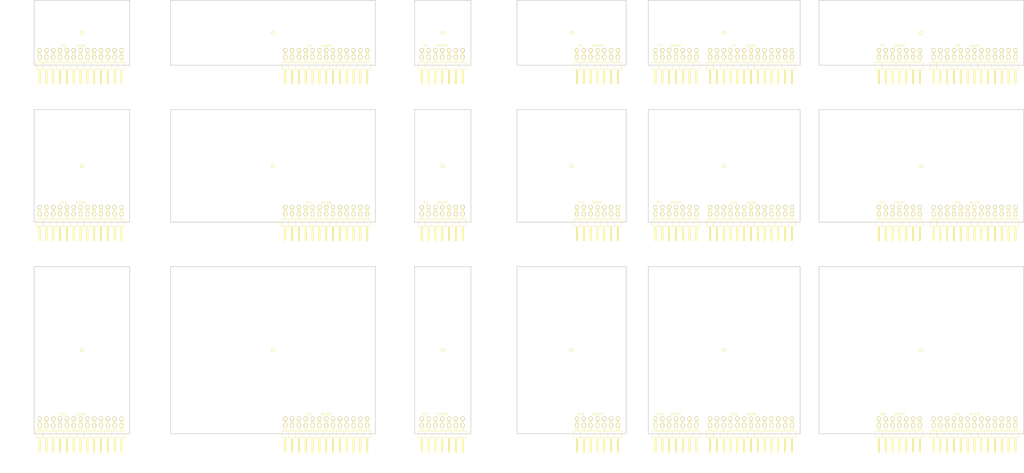
<source format=kicad_pcb>
(kicad_pcb (version 3) (host pcbnew "(2013-03-15 BZR 4003)-stable")
  (layers (15 Front signal) (0 Back signal) (18 B.Paste user) (19 F.Paste user) (20 B.SilkS user) (21 F.SilkS user) (22 B.Mask user) (23 F.Mask user) (28 Edge.Cuts user))
  (net 0 "")
  (net 1 /GND_PWR)
  (net 2 /GPIO1_Step)
  (net 3 /GPIO2_Dir)
  (net 4 /GPIO3_PWM_~Enable)
  (net 5 /GPIO4_MS0)
  (net 6 /GPIO5_MS1)
  (net 7 /GPIO6_MS2_Vref_DAC_ADC)
  (net 8 /I2C_SCL)
  (net 9 /I2C_SDA)
  (net 10 /IOref)
  (net 11 /Logic_3V3)
  (net 12 /Logic_5V0)
  (net 13 /Logic_GND)
  (net 14 /Ph_A1)
  (net 15 /Ph_A2)
  (net 16 /Ph_B1)
  (net 17 /Ph_B2)
  (net 18 /SPI_MISO)
  (net 19 /SPI_MOSI)
  (net 20 /SPI_SCK)
  (net 21 /V_PWR)
  (net 22 /~Interrupt)
  (net 23 /~RESET)
  (net 24 /~SPI_SS)
  (net 25 /~Sync)
  (module PCB (layer Front) (at 43.18 36.195)
    (fp_text reference PCB1 hide)
    (fp_text value PCB hide)
  )
  (module PinArray13x2/90 (layer Front) (at 42.672 43.942)
    (fp_text reference P5 (at -6.2865 -2.921) (layer F.SilkS) (effects (font (size 0.889 0.889) (thickness 0.127))))
    (fp_text value DUMB (at 0 -2.921) (layer F.SilkS) (effects (font (size 0.889 0.889) (thickness 0.127))))
    (pad 39 thru_hole circle (at -15.24 -1.27 180) (size 1.524 1.524) (drill 1.016) (layers *.Cu *.Mask F.SilkS) (net 21 /V_PWR))
    (pad 40 thru_hole circle (at -15.24 1.27 180) (size 1.524 1.524) (drill 1.016) (layers *.Cu *.Mask F.SilkS) (net 21 /V_PWR))
    (pad 38 thru_hole circle (at -12.7 1.27 180) (size 1.524 1.524) (drill 1.016) (layers *.Cu *.Mask F.SilkS) (net 21 /V_PWR))
    (pad 37 thru_hole circle (at -12.7 -1.27 180) (size 1.524 1.524) (drill 1.016) (layers *.Cu *.Mask F.SilkS) (net 1 /GND_PWR))
    (pad 36 thru_hole circle (at -10.16 1.27 180) (size 1.524 1.524) (drill 1.016) (layers *.Cu *.Mask F.SilkS) (net 1 /GND_PWR))
    (pad 35 thru_hole circle (at -10.16 -1.27 180) (size 1.524 1.524) (drill 1.016) (layers *.Cu *.Mask F.SilkS) (net 1 /GND_PWR))
    (pad 34 thru_hole circle (at -7.62 1.27 180) (size 1.524 1.524) (drill 1.016) (layers *.Cu *.Mask F.SilkS) (net 1 /GND_PWR))
    (pad 33 thru_hole circle (at -7.62 -1.27 180) (size 1.524 1.524) (drill 1.016) (layers *.Cu *.Mask F.SilkS) (net 17 /Ph_B2))
    (pad 32 thru_hole circle (at -5.08 1.27 180) (size 1.524 1.524) (drill 1.016) (layers *.Cu *.Mask F.SilkS) (net 17 /Ph_B2))
    (pad 31 thru_hole circle (at -5.08 -1.27 180) (size 1.524 1.524) (drill 1.016) (layers *.Cu *.Mask F.SilkS) (net 16 /Ph_B1))
    (pad 30 thru_hole circle (at -2.54 1.27 180) (size 1.524 1.524) (drill 1.016) (layers *.Cu *.Mask F.SilkS) (net 16 /Ph_B1))
    (pad 29 thru_hole circle (at -2.54 -1.27 180) (size 1.524 1.524) (drill 1.016) (layers *.Cu *.Mask F.SilkS) (net 15 /Ph_A2))
    (pad 28 thru_hole circle (at 0 1.27 180) (size 1.524 1.524) (drill 1.016) (layers *.Cu *.Mask F.SilkS) (net 15 /Ph_A2))
    (pad 27 thru_hole circle (at 0 -1.27 180) (size 1.524 1.524) (drill 1.016) (layers *.Cu *.Mask F.SilkS))
    (pad 15 thru_hole circle (at 15.24 -1.27 180) (size 1.524 1.524) (drill 1.016) (layers *.Cu *.Mask F.SilkS) (net 2 /GPIO1_Step))
    (pad 16 thru_hole circle (at 15.24 1.27 180) (size 1.524 1.524) (drill 1.016) (layers *.Cu *.Mask F.SilkS) (net 3 /GPIO2_Dir))
    (pad 17 thru_hole circle (at 12.7 -1.27 180) (size 1.524 1.524) (drill 1.016) (layers *.Cu *.Mask F.SilkS) (net 4 /GPIO3_PWM_~Enable))
    (pad 18 thru_hole circle (at 12.7 1.27 180) (size 1.524 1.524) (drill 1.016) (layers *.Cu *.Mask F.SilkS) (net 5 /GPIO4_MS0))
    (pad 19 thru_hole circle (at 10.16 -1.27 180) (size 1.524 1.524) (drill 1.016) (layers *.Cu *.Mask F.SilkS) (net 6 /GPIO5_MS1))
    (pad 20 thru_hole circle (at 10.16 1.27 180) (size 1.524 1.524) (drill 1.016) (layers *.Cu *.Mask F.SilkS) (net 7 /GPIO6_MS2_Vref_DAC_ADC))
    (pad 21 thru_hole circle (at 7.62 -1.27 180) (size 1.524 1.524) (drill 1.016) (layers *.Cu *.Mask F.SilkS) (net 12 /Logic_5V0))
    (pad 22 thru_hole circle (at 7.62 1.27 180) (size 1.524 1.524) (drill 1.016) (layers *.Cu *.Mask F.SilkS) (net 10 /IOref))
    (pad 23 thru_hole circle (at 5.08 -1.27 180) (size 1.524 1.524) (drill 1.016) (layers *.Cu *.Mask F.SilkS) (net 11 /Logic_3V3))
    (pad 24 thru_hole circle (at 5.08 1.27 180) (size 1.524 1.524) (drill 1.016) (layers *.Cu *.Mask F.SilkS) (net 13 /Logic_GND))
    (pad 25 thru_hole circle (at 2.54 -1.27 180) (size 1.524 1.524) (drill 1.016) (layers *.Cu *.Mask F.SilkS) (net 14 /Ph_A1))
    (pad 26 thru_hole circle (at 2.54 1.27 180) (size 1.524 1.524) (drill 1.016) (layers *.Cu *.Mask F.SilkS) (net 14 /Ph_A1))
  )
  (module PinArray13x2/90 (layer Front) (at 134.112 43.942)
    (fp_text reference P6 (at -6.2865 -2.921) (layer F.SilkS) (effects (font (size 0.889 0.889) (thickness 0.127))))
    (fp_text value DUMB (at 0 -2.921) (layer F.SilkS) (effects (font (size 0.889 0.889) (thickness 0.127))))
    (pad 39 thru_hole circle (at -15.24 -1.27 180) (size 1.524 1.524) (drill 1.016) (layers *.Cu *.Mask F.SilkS) (net 21 /V_PWR))
    (pad 40 thru_hole circle (at -15.24 1.27 180) (size 1.524 1.524) (drill 1.016) (layers *.Cu *.Mask F.SilkS) (net 21 /V_PWR))
    (pad 38 thru_hole circle (at -12.7 1.27 180) (size 1.524 1.524) (drill 1.016) (layers *.Cu *.Mask F.SilkS) (net 21 /V_PWR))
    (pad 37 thru_hole circle (at -12.7 -1.27 180) (size 1.524 1.524) (drill 1.016) (layers *.Cu *.Mask F.SilkS) (net 1 /GND_PWR))
    (pad 36 thru_hole circle (at -10.16 1.27 180) (size 1.524 1.524) (drill 1.016) (layers *.Cu *.Mask F.SilkS) (net 1 /GND_PWR))
    (pad 35 thru_hole circle (at -10.16 -1.27 180) (size 1.524 1.524) (drill 1.016) (layers *.Cu *.Mask F.SilkS) (net 1 /GND_PWR))
    (pad 34 thru_hole circle (at -7.62 1.27 180) (size 1.524 1.524) (drill 1.016) (layers *.Cu *.Mask F.SilkS) (net 1 /GND_PWR))
    (pad 33 thru_hole circle (at -7.62 -1.27 180) (size 1.524 1.524) (drill 1.016) (layers *.Cu *.Mask F.SilkS) (net 17 /Ph_B2))
    (pad 32 thru_hole circle (at -5.08 1.27 180) (size 1.524 1.524) (drill 1.016) (layers *.Cu *.Mask F.SilkS) (net 17 /Ph_B2))
    (pad 31 thru_hole circle (at -5.08 -1.27 180) (size 1.524 1.524) (drill 1.016) (layers *.Cu *.Mask F.SilkS) (net 16 /Ph_B1))
    (pad 30 thru_hole circle (at -2.54 1.27 180) (size 1.524 1.524) (drill 1.016) (layers *.Cu *.Mask F.SilkS) (net 16 /Ph_B1))
    (pad 29 thru_hole circle (at -2.54 -1.27 180) (size 1.524 1.524) (drill 1.016) (layers *.Cu *.Mask F.SilkS) (net 15 /Ph_A2))
    (pad 28 thru_hole circle (at 0 1.27 180) (size 1.524 1.524) (drill 1.016) (layers *.Cu *.Mask F.SilkS) (net 15 /Ph_A2))
    (pad 27 thru_hole circle (at 0 -1.27 180) (size 1.524 1.524) (drill 1.016) (layers *.Cu *.Mask F.SilkS))
    (pad 15 thru_hole circle (at 15.24 -1.27 180) (size 1.524 1.524) (drill 1.016) (layers *.Cu *.Mask F.SilkS) (net 2 /GPIO1_Step))
    (pad 16 thru_hole circle (at 15.24 1.27 180) (size 1.524 1.524) (drill 1.016) (layers *.Cu *.Mask F.SilkS) (net 3 /GPIO2_Dir))
    (pad 17 thru_hole circle (at 12.7 -1.27 180) (size 1.524 1.524) (drill 1.016) (layers *.Cu *.Mask F.SilkS) (net 4 /GPIO3_PWM_~Enable))
    (pad 18 thru_hole circle (at 12.7 1.27 180) (size 1.524 1.524) (drill 1.016) (layers *.Cu *.Mask F.SilkS) (net 5 /GPIO4_MS0))
    (pad 19 thru_hole circle (at 10.16 -1.27 180) (size 1.524 1.524) (drill 1.016) (layers *.Cu *.Mask F.SilkS) (net 6 /GPIO5_MS1))
    (pad 20 thru_hole circle (at 10.16 1.27 180) (size 1.524 1.524) (drill 1.016) (layers *.Cu *.Mask F.SilkS) (net 7 /GPIO6_MS2_Vref_DAC_ADC))
    (pad 21 thru_hole circle (at 7.62 -1.27 180) (size 1.524 1.524) (drill 1.016) (layers *.Cu *.Mask F.SilkS) (net 12 /Logic_5V0))
    (pad 22 thru_hole circle (at 7.62 1.27 180) (size 1.524 1.524) (drill 1.016) (layers *.Cu *.Mask F.SilkS) (net 10 /IOref))
    (pad 23 thru_hole circle (at 5.08 -1.27 180) (size 1.524 1.524) (drill 1.016) (layers *.Cu *.Mask F.SilkS) (net 11 /Logic_3V3))
    (pad 24 thru_hole circle (at 5.08 1.27 180) (size 1.524 1.524) (drill 1.016) (layers *.Cu *.Mask F.SilkS) (net 13 /Logic_GND))
    (pad 25 thru_hole circle (at 2.54 -1.27 180) (size 1.524 1.524) (drill 1.016) (layers *.Cu *.Mask F.SilkS) (net 14 /Ph_A1))
    (pad 26 thru_hole circle (at 2.54 1.27 180) (size 1.524 1.524) (drill 1.016) (layers *.Cu *.Mask F.SilkS) (net 14 /Ph_A1))
  )
  (module PinArray13x2/90 (layer Front) (at 292.227 43.942)
    (fp_text reference P7 (at -6.2865 -2.921) (layer F.SilkS) (effects (font (size 0.889 0.889) (thickness 0.127))))
    (fp_text value DUMB (at 0 -2.921) (layer F.SilkS) (effects (font (size 0.889 0.889) (thickness 0.127))))
    (pad 39 thru_hole circle (at -15.24 -1.27 180) (size 1.524 1.524) (drill 1.016) (layers *.Cu *.Mask F.SilkS) (net 21 /V_PWR))
    (pad 40 thru_hole circle (at -15.24 1.27 180) (size 1.524 1.524) (drill 1.016) (layers *.Cu *.Mask F.SilkS) (net 21 /V_PWR))
    (pad 38 thru_hole circle (at -12.7 1.27 180) (size 1.524 1.524) (drill 1.016) (layers *.Cu *.Mask F.SilkS) (net 21 /V_PWR))
    (pad 37 thru_hole circle (at -12.7 -1.27 180) (size 1.524 1.524) (drill 1.016) (layers *.Cu *.Mask F.SilkS) (net 1 /GND_PWR))
    (pad 36 thru_hole circle (at -10.16 1.27 180) (size 1.524 1.524) (drill 1.016) (layers *.Cu *.Mask F.SilkS) (net 1 /GND_PWR))
    (pad 35 thru_hole circle (at -10.16 -1.27 180) (size 1.524 1.524) (drill 1.016) (layers *.Cu *.Mask F.SilkS) (net 1 /GND_PWR))
    (pad 34 thru_hole circle (at -7.62 1.27 180) (size 1.524 1.524) (drill 1.016) (layers *.Cu *.Mask F.SilkS) (net 1 /GND_PWR))
    (pad 33 thru_hole circle (at -7.62 -1.27 180) (size 1.524 1.524) (drill 1.016) (layers *.Cu *.Mask F.SilkS) (net 17 /Ph_B2))
    (pad 32 thru_hole circle (at -5.08 1.27 180) (size 1.524 1.524) (drill 1.016) (layers *.Cu *.Mask F.SilkS) (net 17 /Ph_B2))
    (pad 31 thru_hole circle (at -5.08 -1.27 180) (size 1.524 1.524) (drill 1.016) (layers *.Cu *.Mask F.SilkS) (net 16 /Ph_B1))
    (pad 30 thru_hole circle (at -2.54 1.27 180) (size 1.524 1.524) (drill 1.016) (layers *.Cu *.Mask F.SilkS) (net 16 /Ph_B1))
    (pad 29 thru_hole circle (at -2.54 -1.27 180) (size 1.524 1.524) (drill 1.016) (layers *.Cu *.Mask F.SilkS) (net 15 /Ph_A2))
    (pad 28 thru_hole circle (at 0 1.27 180) (size 1.524 1.524) (drill 1.016) (layers *.Cu *.Mask F.SilkS) (net 15 /Ph_A2))
    (pad 27 thru_hole circle (at 0 -1.27 180) (size 1.524 1.524) (drill 1.016) (layers *.Cu *.Mask F.SilkS))
    (pad 15 thru_hole circle (at 15.24 -1.27 180) (size 1.524 1.524) (drill 1.016) (layers *.Cu *.Mask F.SilkS) (net 2 /GPIO1_Step))
    (pad 16 thru_hole circle (at 15.24 1.27 180) (size 1.524 1.524) (drill 1.016) (layers *.Cu *.Mask F.SilkS) (net 3 /GPIO2_Dir))
    (pad 17 thru_hole circle (at 12.7 -1.27 180) (size 1.524 1.524) (drill 1.016) (layers *.Cu *.Mask F.SilkS) (net 4 /GPIO3_PWM_~Enable))
    (pad 18 thru_hole circle (at 12.7 1.27 180) (size 1.524 1.524) (drill 1.016) (layers *.Cu *.Mask F.SilkS) (net 5 /GPIO4_MS0))
    (pad 19 thru_hole circle (at 10.16 -1.27 180) (size 1.524 1.524) (drill 1.016) (layers *.Cu *.Mask F.SilkS) (net 6 /GPIO5_MS1))
    (pad 20 thru_hole circle (at 10.16 1.27 180) (size 1.524 1.524) (drill 1.016) (layers *.Cu *.Mask F.SilkS) (net 7 /GPIO6_MS2_Vref_DAC_ADC))
    (pad 21 thru_hole circle (at 7.62 -1.27 180) (size 1.524 1.524) (drill 1.016) (layers *.Cu *.Mask F.SilkS) (net 12 /Logic_5V0))
    (pad 22 thru_hole circle (at 7.62 1.27 180) (size 1.524 1.524) (drill 1.016) (layers *.Cu *.Mask F.SilkS) (net 10 /IOref))
    (pad 23 thru_hole circle (at 5.08 -1.27 180) (size 1.524 1.524) (drill 1.016) (layers *.Cu *.Mask F.SilkS) (net 11 /Logic_3V3))
    (pad 24 thru_hole circle (at 5.08 1.27 180) (size 1.524 1.524) (drill 1.016) (layers *.Cu *.Mask F.SilkS) (net 13 /Logic_GND))
    (pad 25 thru_hole circle (at 2.54 -1.27 180) (size 1.524 1.524) (drill 1.016) (layers *.Cu *.Mask F.SilkS) (net 14 /Ph_A1))
    (pad 26 thru_hole circle (at 2.54 1.27 180) (size 1.524 1.524) (drill 1.016) (layers *.Cu *.Mask F.SilkS) (net 14 /Ph_A1))
  )
  (module PinArray13x2/90 (layer Front) (at 375.412 43.942)
    (fp_text reference P8 (at -6.2865 -2.921) (layer F.SilkS) (effects (font (size 0.889 0.889) (thickness 0.127))))
    (fp_text value DUMB (at 0 -2.921) (layer F.SilkS) (effects (font (size 0.889 0.889) (thickness 0.127))))
    (pad 39 thru_hole circle (at -15.24 -1.27 180) (size 1.524 1.524) (drill 1.016) (layers *.Cu *.Mask F.SilkS) (net 21 /V_PWR))
    (pad 40 thru_hole circle (at -15.24 1.27 180) (size 1.524 1.524) (drill 1.016) (layers *.Cu *.Mask F.SilkS) (net 21 /V_PWR))
    (pad 38 thru_hole circle (at -12.7 1.27 180) (size 1.524 1.524) (drill 1.016) (layers *.Cu *.Mask F.SilkS) (net 21 /V_PWR))
    (pad 37 thru_hole circle (at -12.7 -1.27 180) (size 1.524 1.524) (drill 1.016) (layers *.Cu *.Mask F.SilkS) (net 1 /GND_PWR))
    (pad 36 thru_hole circle (at -10.16 1.27 180) (size 1.524 1.524) (drill 1.016) (layers *.Cu *.Mask F.SilkS) (net 1 /GND_PWR))
    (pad 35 thru_hole circle (at -10.16 -1.27 180) (size 1.524 1.524) (drill 1.016) (layers *.Cu *.Mask F.SilkS) (net 1 /GND_PWR))
    (pad 34 thru_hole circle (at -7.62 1.27 180) (size 1.524 1.524) (drill 1.016) (layers *.Cu *.Mask F.SilkS) (net 1 /GND_PWR))
    (pad 33 thru_hole circle (at -7.62 -1.27 180) (size 1.524 1.524) (drill 1.016) (layers *.Cu *.Mask F.SilkS) (net 17 /Ph_B2))
    (pad 32 thru_hole circle (at -5.08 1.27 180) (size 1.524 1.524) (drill 1.016) (layers *.Cu *.Mask F.SilkS) (net 17 /Ph_B2))
    (pad 31 thru_hole circle (at -5.08 -1.27 180) (size 1.524 1.524) (drill 1.016) (layers *.Cu *.Mask F.SilkS) (net 16 /Ph_B1))
    (pad 30 thru_hole circle (at -2.54 1.27 180) (size 1.524 1.524) (drill 1.016) (layers *.Cu *.Mask F.SilkS) (net 16 /Ph_B1))
    (pad 29 thru_hole circle (at -2.54 -1.27 180) (size 1.524 1.524) (drill 1.016) (layers *.Cu *.Mask F.SilkS) (net 15 /Ph_A2))
    (pad 28 thru_hole circle (at 0 1.27 180) (size 1.524 1.524) (drill 1.016) (layers *.Cu *.Mask F.SilkS) (net 15 /Ph_A2))
    (pad 27 thru_hole circle (at 0 -1.27 180) (size 1.524 1.524) (drill 1.016) (layers *.Cu *.Mask F.SilkS))
    (pad 15 thru_hole circle (at 15.24 -1.27 180) (size 1.524 1.524) (drill 1.016) (layers *.Cu *.Mask F.SilkS) (net 2 /GPIO1_Step))
    (pad 16 thru_hole circle (at 15.24 1.27 180) (size 1.524 1.524) (drill 1.016) (layers *.Cu *.Mask F.SilkS) (net 3 /GPIO2_Dir))
    (pad 17 thru_hole circle (at 12.7 -1.27 180) (size 1.524 1.524) (drill 1.016) (layers *.Cu *.Mask F.SilkS) (net 4 /GPIO3_PWM_~Enable))
    (pad 18 thru_hole circle (at 12.7 1.27 180) (size 1.524 1.524) (drill 1.016) (layers *.Cu *.Mask F.SilkS) (net 5 /GPIO4_MS0))
    (pad 19 thru_hole circle (at 10.16 -1.27 180) (size 1.524 1.524) (drill 1.016) (layers *.Cu *.Mask F.SilkS) (net 6 /GPIO5_MS1))
    (pad 20 thru_hole circle (at 10.16 1.27 180) (size 1.524 1.524) (drill 1.016) (layers *.Cu *.Mask F.SilkS) (net 7 /GPIO6_MS2_Vref_DAC_ADC))
    (pad 21 thru_hole circle (at 7.62 -1.27 180) (size 1.524 1.524) (drill 1.016) (layers *.Cu *.Mask F.SilkS) (net 12 /Logic_5V0))
    (pad 22 thru_hole circle (at 7.62 1.27 180) (size 1.524 1.524) (drill 1.016) (layers *.Cu *.Mask F.SilkS) (net 10 /IOref))
    (pad 23 thru_hole circle (at 5.08 -1.27 180) (size 1.524 1.524) (drill 1.016) (layers *.Cu *.Mask F.SilkS) (net 11 /Logic_3V3))
    (pad 24 thru_hole circle (at 5.08 1.27 180) (size 1.524 1.524) (drill 1.016) (layers *.Cu *.Mask F.SilkS) (net 13 /Logic_GND))
    (pad 25 thru_hole circle (at 2.54 -1.27 180) (size 1.524 1.524) (drill 1.016) (layers *.Cu *.Mask F.SilkS) (net 14 /Ph_A1))
    (pad 26 thru_hole circle (at 2.54 1.27 180) (size 1.524 1.524) (drill 1.016) (layers *.Cu *.Mask F.SilkS) (net 14 /Ph_A1))
  )
  (module PinArray13x2/90 (layer Front) (at 375.412 102.362)
    (fp_text reference P16 (at -6.2865 -2.921) (layer F.SilkS) (effects (font (size 0.889 0.889) (thickness 0.127))))
    (fp_text value DUMB (at 0 -2.921) (layer F.SilkS) (effects (font (size 0.889 0.889) (thickness 0.127))))
    (pad 39 thru_hole circle (at -15.24 -1.27 180) (size 1.524 1.524) (drill 1.016) (layers *.Cu *.Mask F.SilkS) (net 21 /V_PWR))
    (pad 40 thru_hole circle (at -15.24 1.27 180) (size 1.524 1.524) (drill 1.016) (layers *.Cu *.Mask F.SilkS) (net 21 /V_PWR))
    (pad 38 thru_hole circle (at -12.7 1.27 180) (size 1.524 1.524) (drill 1.016) (layers *.Cu *.Mask F.SilkS) (net 21 /V_PWR))
    (pad 37 thru_hole circle (at -12.7 -1.27 180) (size 1.524 1.524) (drill 1.016) (layers *.Cu *.Mask F.SilkS) (net 1 /GND_PWR))
    (pad 36 thru_hole circle (at -10.16 1.27 180) (size 1.524 1.524) (drill 1.016) (layers *.Cu *.Mask F.SilkS) (net 1 /GND_PWR))
    (pad 35 thru_hole circle (at -10.16 -1.27 180) (size 1.524 1.524) (drill 1.016) (layers *.Cu *.Mask F.SilkS) (net 1 /GND_PWR))
    (pad 34 thru_hole circle (at -7.62 1.27 180) (size 1.524 1.524) (drill 1.016) (layers *.Cu *.Mask F.SilkS) (net 1 /GND_PWR))
    (pad 33 thru_hole circle (at -7.62 -1.27 180) (size 1.524 1.524) (drill 1.016) (layers *.Cu *.Mask F.SilkS) (net 17 /Ph_B2))
    (pad 32 thru_hole circle (at -5.08 1.27 180) (size 1.524 1.524) (drill 1.016) (layers *.Cu *.Mask F.SilkS) (net 17 /Ph_B2))
    (pad 31 thru_hole circle (at -5.08 -1.27 180) (size 1.524 1.524) (drill 1.016) (layers *.Cu *.Mask F.SilkS) (net 16 /Ph_B1))
    (pad 30 thru_hole circle (at -2.54 1.27 180) (size 1.524 1.524) (drill 1.016) (layers *.Cu *.Mask F.SilkS) (net 16 /Ph_B1))
    (pad 29 thru_hole circle (at -2.54 -1.27 180) (size 1.524 1.524) (drill 1.016) (layers *.Cu *.Mask F.SilkS) (net 15 /Ph_A2))
    (pad 28 thru_hole circle (at 0 1.27 180) (size 1.524 1.524) (drill 1.016) (layers *.Cu *.Mask F.SilkS) (net 15 /Ph_A2))
    (pad 27 thru_hole circle (at 0 -1.27 180) (size 1.524 1.524) (drill 1.016) (layers *.Cu *.Mask F.SilkS))
    (pad 15 thru_hole circle (at 15.24 -1.27 180) (size 1.524 1.524) (drill 1.016) (layers *.Cu *.Mask F.SilkS) (net 2 /GPIO1_Step))
    (pad 16 thru_hole circle (at 15.24 1.27 180) (size 1.524 1.524) (drill 1.016) (layers *.Cu *.Mask F.SilkS) (net 3 /GPIO2_Dir))
    (pad 17 thru_hole circle (at 12.7 -1.27 180) (size 1.524 1.524) (drill 1.016) (layers *.Cu *.Mask F.SilkS) (net 4 /GPIO3_PWM_~Enable))
    (pad 18 thru_hole circle (at 12.7 1.27 180) (size 1.524 1.524) (drill 1.016) (layers *.Cu *.Mask F.SilkS) (net 5 /GPIO4_MS0))
    (pad 19 thru_hole circle (at 10.16 -1.27 180) (size 1.524 1.524) (drill 1.016) (layers *.Cu *.Mask F.SilkS) (net 6 /GPIO5_MS1))
    (pad 20 thru_hole circle (at 10.16 1.27 180) (size 1.524 1.524) (drill 1.016) (layers *.Cu *.Mask F.SilkS) (net 7 /GPIO6_MS2_Vref_DAC_ADC))
    (pad 21 thru_hole circle (at 7.62 -1.27 180) (size 1.524 1.524) (drill 1.016) (layers *.Cu *.Mask F.SilkS) (net 12 /Logic_5V0))
    (pad 22 thru_hole circle (at 7.62 1.27 180) (size 1.524 1.524) (drill 1.016) (layers *.Cu *.Mask F.SilkS) (net 10 /IOref))
    (pad 23 thru_hole circle (at 5.08 -1.27 180) (size 1.524 1.524) (drill 1.016) (layers *.Cu *.Mask F.SilkS) (net 11 /Logic_3V3))
    (pad 24 thru_hole circle (at 5.08 1.27 180) (size 1.524 1.524) (drill 1.016) (layers *.Cu *.Mask F.SilkS) (net 13 /Logic_GND))
    (pad 25 thru_hole circle (at 2.54 -1.27 180) (size 1.524 1.524) (drill 1.016) (layers *.Cu *.Mask F.SilkS) (net 14 /Ph_A1))
    (pad 26 thru_hole circle (at 2.54 1.27 180) (size 1.524 1.524) (drill 1.016) (layers *.Cu *.Mask F.SilkS) (net 14 /Ph_A1))
  )
  (module PinArray13x2/90 (layer Front) (at 292.227 102.362)
    (fp_text reference P15 (at -6.2865 -2.921) (layer F.SilkS) (effects (font (size 0.889 0.889) (thickness 0.127))))
    (fp_text value DUMB (at 0 -2.921) (layer F.SilkS) (effects (font (size 0.889 0.889) (thickness 0.127))))
    (pad 39 thru_hole circle (at -15.24 -1.27 180) (size 1.524 1.524) (drill 1.016) (layers *.Cu *.Mask F.SilkS) (net 21 /V_PWR))
    (pad 40 thru_hole circle (at -15.24 1.27 180) (size 1.524 1.524) (drill 1.016) (layers *.Cu *.Mask F.SilkS) (net 21 /V_PWR))
    (pad 38 thru_hole circle (at -12.7 1.27 180) (size 1.524 1.524) (drill 1.016) (layers *.Cu *.Mask F.SilkS) (net 21 /V_PWR))
    (pad 37 thru_hole circle (at -12.7 -1.27 180) (size 1.524 1.524) (drill 1.016) (layers *.Cu *.Mask F.SilkS) (net 1 /GND_PWR))
    (pad 36 thru_hole circle (at -10.16 1.27 180) (size 1.524 1.524) (drill 1.016) (layers *.Cu *.Mask F.SilkS) (net 1 /GND_PWR))
    (pad 35 thru_hole circle (at -10.16 -1.27 180) (size 1.524 1.524) (drill 1.016) (layers *.Cu *.Mask F.SilkS) (net 1 /GND_PWR))
    (pad 34 thru_hole circle (at -7.62 1.27 180) (size 1.524 1.524) (drill 1.016) (layers *.Cu *.Mask F.SilkS) (net 1 /GND_PWR))
    (pad 33 thru_hole circle (at -7.62 -1.27 180) (size 1.524 1.524) (drill 1.016) (layers *.Cu *.Mask F.SilkS) (net 17 /Ph_B2))
    (pad 32 thru_hole circle (at -5.08 1.27 180) (size 1.524 1.524) (drill 1.016) (layers *.Cu *.Mask F.SilkS) (net 17 /Ph_B2))
    (pad 31 thru_hole circle (at -5.08 -1.27 180) (size 1.524 1.524) (drill 1.016) (layers *.Cu *.Mask F.SilkS) (net 16 /Ph_B1))
    (pad 30 thru_hole circle (at -2.54 1.27 180) (size 1.524 1.524) (drill 1.016) (layers *.Cu *.Mask F.SilkS) (net 16 /Ph_B1))
    (pad 29 thru_hole circle (at -2.54 -1.27 180) (size 1.524 1.524) (drill 1.016) (layers *.Cu *.Mask F.SilkS) (net 15 /Ph_A2))
    (pad 28 thru_hole circle (at 0 1.27 180) (size 1.524 1.524) (drill 1.016) (layers *.Cu *.Mask F.SilkS) (net 15 /Ph_A2))
    (pad 27 thru_hole circle (at 0 -1.27 180) (size 1.524 1.524) (drill 1.016) (layers *.Cu *.Mask F.SilkS))
    (pad 15 thru_hole circle (at 15.24 -1.27 180) (size 1.524 1.524) (drill 1.016) (layers *.Cu *.Mask F.SilkS) (net 2 /GPIO1_Step))
    (pad 16 thru_hole circle (at 15.24 1.27 180) (size 1.524 1.524) (drill 1.016) (layers *.Cu *.Mask F.SilkS) (net 3 /GPIO2_Dir))
    (pad 17 thru_hole circle (at 12.7 -1.27 180) (size 1.524 1.524) (drill 1.016) (layers *.Cu *.Mask F.SilkS) (net 4 /GPIO3_PWM_~Enable))
    (pad 18 thru_hole circle (at 12.7 1.27 180) (size 1.524 1.524) (drill 1.016) (layers *.Cu *.Mask F.SilkS) (net 5 /GPIO4_MS0))
    (pad 19 thru_hole circle (at 10.16 -1.27 180) (size 1.524 1.524) (drill 1.016) (layers *.Cu *.Mask F.SilkS) (net 6 /GPIO5_MS1))
    (pad 20 thru_hole circle (at 10.16 1.27 180) (size 1.524 1.524) (drill 1.016) (layers *.Cu *.Mask F.SilkS) (net 7 /GPIO6_MS2_Vref_DAC_ADC))
    (pad 21 thru_hole circle (at 7.62 -1.27 180) (size 1.524 1.524) (drill 1.016) (layers *.Cu *.Mask F.SilkS) (net 12 /Logic_5V0))
    (pad 22 thru_hole circle (at 7.62 1.27 180) (size 1.524 1.524) (drill 1.016) (layers *.Cu *.Mask F.SilkS) (net 10 /IOref))
    (pad 23 thru_hole circle (at 5.08 -1.27 180) (size 1.524 1.524) (drill 1.016) (layers *.Cu *.Mask F.SilkS) (net 11 /Logic_3V3))
    (pad 24 thru_hole circle (at 5.08 1.27 180) (size 1.524 1.524) (drill 1.016) (layers *.Cu *.Mask F.SilkS) (net 13 /Logic_GND))
    (pad 25 thru_hole circle (at 2.54 -1.27 180) (size 1.524 1.524) (drill 1.016) (layers *.Cu *.Mask F.SilkS) (net 14 /Ph_A1))
    (pad 26 thru_hole circle (at 2.54 1.27 180) (size 1.524 1.524) (drill 1.016) (layers *.Cu *.Mask F.SilkS) (net 14 /Ph_A1))
  )
  (module PinArray13x2/90 (layer Front) (at 134.112 102.362)
    (fp_text reference P14 (at -6.2865 -2.921) (layer F.SilkS) (effects (font (size 0.889 0.889) (thickness 0.127))))
    (fp_text value DUMB (at 0 -2.921) (layer F.SilkS) (effects (font (size 0.889 0.889) (thickness 0.127))))
    (pad 39 thru_hole circle (at -15.24 -1.27 180) (size 1.524 1.524) (drill 1.016) (layers *.Cu *.Mask F.SilkS) (net 21 /V_PWR))
    (pad 40 thru_hole circle (at -15.24 1.27 180) (size 1.524 1.524) (drill 1.016) (layers *.Cu *.Mask F.SilkS) (net 21 /V_PWR))
    (pad 38 thru_hole circle (at -12.7 1.27 180) (size 1.524 1.524) (drill 1.016) (layers *.Cu *.Mask F.SilkS) (net 21 /V_PWR))
    (pad 37 thru_hole circle (at -12.7 -1.27 180) (size 1.524 1.524) (drill 1.016) (layers *.Cu *.Mask F.SilkS) (net 1 /GND_PWR))
    (pad 36 thru_hole circle (at -10.16 1.27 180) (size 1.524 1.524) (drill 1.016) (layers *.Cu *.Mask F.SilkS) (net 1 /GND_PWR))
    (pad 35 thru_hole circle (at -10.16 -1.27 180) (size 1.524 1.524) (drill 1.016) (layers *.Cu *.Mask F.SilkS) (net 1 /GND_PWR))
    (pad 34 thru_hole circle (at -7.62 1.27 180) (size 1.524 1.524) (drill 1.016) (layers *.Cu *.Mask F.SilkS) (net 1 /GND_PWR))
    (pad 33 thru_hole circle (at -7.62 -1.27 180) (size 1.524 1.524) (drill 1.016) (layers *.Cu *.Mask F.SilkS) (net 17 /Ph_B2))
    (pad 32 thru_hole circle (at -5.08 1.27 180) (size 1.524 1.524) (drill 1.016) (layers *.Cu *.Mask F.SilkS) (net 17 /Ph_B2))
    (pad 31 thru_hole circle (at -5.08 -1.27 180) (size 1.524 1.524) (drill 1.016) (layers *.Cu *.Mask F.SilkS) (net 16 /Ph_B1))
    (pad 30 thru_hole circle (at -2.54 1.27 180) (size 1.524 1.524) (drill 1.016) (layers *.Cu *.Mask F.SilkS) (net 16 /Ph_B1))
    (pad 29 thru_hole circle (at -2.54 -1.27 180) (size 1.524 1.524) (drill 1.016) (layers *.Cu *.Mask F.SilkS) (net 15 /Ph_A2))
    (pad 28 thru_hole circle (at 0 1.27 180) (size 1.524 1.524) (drill 1.016) (layers *.Cu *.Mask F.SilkS) (net 15 /Ph_A2))
    (pad 27 thru_hole circle (at 0 -1.27 180) (size 1.524 1.524) (drill 1.016) (layers *.Cu *.Mask F.SilkS))
    (pad 15 thru_hole circle (at 15.24 -1.27 180) (size 1.524 1.524) (drill 1.016) (layers *.Cu *.Mask F.SilkS) (net 2 /GPIO1_Step))
    (pad 16 thru_hole circle (at 15.24 1.27 180) (size 1.524 1.524) (drill 1.016) (layers *.Cu *.Mask F.SilkS) (net 3 /GPIO2_Dir))
    (pad 17 thru_hole circle (at 12.7 -1.27 180) (size 1.524 1.524) (drill 1.016) (layers *.Cu *.Mask F.SilkS) (net 4 /GPIO3_PWM_~Enable))
    (pad 18 thru_hole circle (at 12.7 1.27 180) (size 1.524 1.524) (drill 1.016) (layers *.Cu *.Mask F.SilkS) (net 5 /GPIO4_MS0))
    (pad 19 thru_hole circle (at 10.16 -1.27 180) (size 1.524 1.524) (drill 1.016) (layers *.Cu *.Mask F.SilkS) (net 6 /GPIO5_MS1))
    (pad 20 thru_hole circle (at 10.16 1.27 180) (size 1.524 1.524) (drill 1.016) (layers *.Cu *.Mask F.SilkS) (net 7 /GPIO6_MS2_Vref_DAC_ADC))
    (pad 21 thru_hole circle (at 7.62 -1.27 180) (size 1.524 1.524) (drill 1.016) (layers *.Cu *.Mask F.SilkS) (net 12 /Logic_5V0))
    (pad 22 thru_hole circle (at 7.62 1.27 180) (size 1.524 1.524) (drill 1.016) (layers *.Cu *.Mask F.SilkS) (net 10 /IOref))
    (pad 23 thru_hole circle (at 5.08 -1.27 180) (size 1.524 1.524) (drill 1.016) (layers *.Cu *.Mask F.SilkS) (net 11 /Logic_3V3))
    (pad 24 thru_hole circle (at 5.08 1.27 180) (size 1.524 1.524) (drill 1.016) (layers *.Cu *.Mask F.SilkS) (net 13 /Logic_GND))
    (pad 25 thru_hole circle (at 2.54 -1.27 180) (size 1.524 1.524) (drill 1.016) (layers *.Cu *.Mask F.SilkS) (net 14 /Ph_A1))
    (pad 26 thru_hole circle (at 2.54 1.27 180) (size 1.524 1.524) (drill 1.016) (layers *.Cu *.Mask F.SilkS) (net 14 /Ph_A1))
  )
  (module PinArray13x2/90 (layer Front) (at 42.672 102.362)
    (fp_text reference P13 (at -6.2865 -2.921) (layer F.SilkS) (effects (font (size 0.889 0.889) (thickness 0.127))))
    (fp_text value DUMB (at 0 -2.921) (layer F.SilkS) (effects (font (size 0.889 0.889) (thickness 0.127))))
    (pad 39 thru_hole circle (at -15.24 -1.27 180) (size 1.524 1.524) (drill 1.016) (layers *.Cu *.Mask F.SilkS) (net 21 /V_PWR))
    (pad 40 thru_hole circle (at -15.24 1.27 180) (size 1.524 1.524) (drill 1.016) (layers *.Cu *.Mask F.SilkS) (net 21 /V_PWR))
    (pad 38 thru_hole circle (at -12.7 1.27 180) (size 1.524 1.524) (drill 1.016) (layers *.Cu *.Mask F.SilkS) (net 21 /V_PWR))
    (pad 37 thru_hole circle (at -12.7 -1.27 180) (size 1.524 1.524) (drill 1.016) (layers *.Cu *.Mask F.SilkS) (net 1 /GND_PWR))
    (pad 36 thru_hole circle (at -10.16 1.27 180) (size 1.524 1.524) (drill 1.016) (layers *.Cu *.Mask F.SilkS) (net 1 /GND_PWR))
    (pad 35 thru_hole circle (at -10.16 -1.27 180) (size 1.524 1.524) (drill 1.016) (layers *.Cu *.Mask F.SilkS) (net 1 /GND_PWR))
    (pad 34 thru_hole circle (at -7.62 1.27 180) (size 1.524 1.524) (drill 1.016) (layers *.Cu *.Mask F.SilkS) (net 1 /GND_PWR))
    (pad 33 thru_hole circle (at -7.62 -1.27 180) (size 1.524 1.524) (drill 1.016) (layers *.Cu *.Mask F.SilkS) (net 17 /Ph_B2))
    (pad 32 thru_hole circle (at -5.08 1.27 180) (size 1.524 1.524) (drill 1.016) (layers *.Cu *.Mask F.SilkS) (net 17 /Ph_B2))
    (pad 31 thru_hole circle (at -5.08 -1.27 180) (size 1.524 1.524) (drill 1.016) (layers *.Cu *.Mask F.SilkS) (net 16 /Ph_B1))
    (pad 30 thru_hole circle (at -2.54 1.27 180) (size 1.524 1.524) (drill 1.016) (layers *.Cu *.Mask F.SilkS) (net 16 /Ph_B1))
    (pad 29 thru_hole circle (at -2.54 -1.27 180) (size 1.524 1.524) (drill 1.016) (layers *.Cu *.Mask F.SilkS) (net 15 /Ph_A2))
    (pad 28 thru_hole circle (at 0 1.27 180) (size 1.524 1.524) (drill 1.016) (layers *.Cu *.Mask F.SilkS) (net 15 /Ph_A2))
    (pad 27 thru_hole circle (at 0 -1.27 180) (size 1.524 1.524) (drill 1.016) (layers *.Cu *.Mask F.SilkS))
    (pad 15 thru_hole circle (at 15.24 -1.27 180) (size 1.524 1.524) (drill 1.016) (layers *.Cu *.Mask F.SilkS) (net 2 /GPIO1_Step))
    (pad 16 thru_hole circle (at 15.24 1.27 180) (size 1.524 1.524) (drill 1.016) (layers *.Cu *.Mask F.SilkS) (net 3 /GPIO2_Dir))
    (pad 17 thru_hole circle (at 12.7 -1.27 180) (size 1.524 1.524) (drill 1.016) (layers *.Cu *.Mask F.SilkS) (net 4 /GPIO3_PWM_~Enable))
    (pad 18 thru_hole circle (at 12.7 1.27 180) (size 1.524 1.524) (drill 1.016) (layers *.Cu *.Mask F.SilkS) (net 5 /GPIO4_MS0))
    (pad 19 thru_hole circle (at 10.16 -1.27 180) (size 1.524 1.524) (drill 1.016) (layers *.Cu *.Mask F.SilkS) (net 6 /GPIO5_MS1))
    (pad 20 thru_hole circle (at 10.16 1.27 180) (size 1.524 1.524) (drill 1.016) (layers *.Cu *.Mask F.SilkS) (net 7 /GPIO6_MS2_Vref_DAC_ADC))
    (pad 21 thru_hole circle (at 7.62 -1.27 180) (size 1.524 1.524) (drill 1.016) (layers *.Cu *.Mask F.SilkS) (net 12 /Logic_5V0))
    (pad 22 thru_hole circle (at 7.62 1.27 180) (size 1.524 1.524) (drill 1.016) (layers *.Cu *.Mask F.SilkS) (net 10 /IOref))
    (pad 23 thru_hole circle (at 5.08 -1.27 180) (size 1.524 1.524) (drill 1.016) (layers *.Cu *.Mask F.SilkS) (net 11 /Logic_3V3))
    (pad 24 thru_hole circle (at 5.08 1.27 180) (size 1.524 1.524) (drill 1.016) (layers *.Cu *.Mask F.SilkS) (net 13 /Logic_GND))
    (pad 25 thru_hole circle (at 2.54 -1.27 180) (size 1.524 1.524) (drill 1.016) (layers *.Cu *.Mask F.SilkS) (net 14 /Ph_A1))
    (pad 26 thru_hole circle (at 2.54 1.27 180) (size 1.524 1.524) (drill 1.016) (layers *.Cu *.Mask F.SilkS) (net 14 /Ph_A1))
  )
  (module PinArray13x2/90 (layer Front) (at 42.672 181.102)
    (fp_text reference P21 (at -6.2865 -2.921) (layer F.SilkS) (effects (font (size 0.889 0.889) (thickness 0.127))))
    (fp_text value DUMB (at 0 -2.921) (layer F.SilkS) (effects (font (size 0.889 0.889) (thickness 0.127))))
    (pad 39 thru_hole circle (at -15.24 -1.27 180) (size 1.524 1.524) (drill 1.016) (layers *.Cu *.Mask F.SilkS) (net 21 /V_PWR))
    (pad 40 thru_hole circle (at -15.24 1.27 180) (size 1.524 1.524) (drill 1.016) (layers *.Cu *.Mask F.SilkS) (net 21 /V_PWR))
    (pad 38 thru_hole circle (at -12.7 1.27 180) (size 1.524 1.524) (drill 1.016) (layers *.Cu *.Mask F.SilkS) (net 21 /V_PWR))
    (pad 37 thru_hole circle (at -12.7 -1.27 180) (size 1.524 1.524) (drill 1.016) (layers *.Cu *.Mask F.SilkS) (net 1 /GND_PWR))
    (pad 36 thru_hole circle (at -10.16 1.27 180) (size 1.524 1.524) (drill 1.016) (layers *.Cu *.Mask F.SilkS) (net 1 /GND_PWR))
    (pad 35 thru_hole circle (at -10.16 -1.27 180) (size 1.524 1.524) (drill 1.016) (layers *.Cu *.Mask F.SilkS) (net 1 /GND_PWR))
    (pad 34 thru_hole circle (at -7.62 1.27 180) (size 1.524 1.524) (drill 1.016) (layers *.Cu *.Mask F.SilkS) (net 1 /GND_PWR))
    (pad 33 thru_hole circle (at -7.62 -1.27 180) (size 1.524 1.524) (drill 1.016) (layers *.Cu *.Mask F.SilkS) (net 17 /Ph_B2))
    (pad 32 thru_hole circle (at -5.08 1.27 180) (size 1.524 1.524) (drill 1.016) (layers *.Cu *.Mask F.SilkS) (net 17 /Ph_B2))
    (pad 31 thru_hole circle (at -5.08 -1.27 180) (size 1.524 1.524) (drill 1.016) (layers *.Cu *.Mask F.SilkS) (net 16 /Ph_B1))
    (pad 30 thru_hole circle (at -2.54 1.27 180) (size 1.524 1.524) (drill 1.016) (layers *.Cu *.Mask F.SilkS) (net 16 /Ph_B1))
    (pad 29 thru_hole circle (at -2.54 -1.27 180) (size 1.524 1.524) (drill 1.016) (layers *.Cu *.Mask F.SilkS) (net 15 /Ph_A2))
    (pad 28 thru_hole circle (at 0 1.27 180) (size 1.524 1.524) (drill 1.016) (layers *.Cu *.Mask F.SilkS) (net 15 /Ph_A2))
    (pad 27 thru_hole circle (at 0 -1.27 180) (size 1.524 1.524) (drill 1.016) (layers *.Cu *.Mask F.SilkS))
    (pad 15 thru_hole circle (at 15.24 -1.27 180) (size 1.524 1.524) (drill 1.016) (layers *.Cu *.Mask F.SilkS) (net 2 /GPIO1_Step))
    (pad 16 thru_hole circle (at 15.24 1.27 180) (size 1.524 1.524) (drill 1.016) (layers *.Cu *.Mask F.SilkS) (net 3 /GPIO2_Dir))
    (pad 17 thru_hole circle (at 12.7 -1.27 180) (size 1.524 1.524) (drill 1.016) (layers *.Cu *.Mask F.SilkS) (net 4 /GPIO3_PWM_~Enable))
    (pad 18 thru_hole circle (at 12.7 1.27 180) (size 1.524 1.524) (drill 1.016) (layers *.Cu *.Mask F.SilkS) (net 5 /GPIO4_MS0))
    (pad 19 thru_hole circle (at 10.16 -1.27 180) (size 1.524 1.524) (drill 1.016) (layers *.Cu *.Mask F.SilkS) (net 6 /GPIO5_MS1))
    (pad 20 thru_hole circle (at 10.16 1.27 180) (size 1.524 1.524) (drill 1.016) (layers *.Cu *.Mask F.SilkS) (net 7 /GPIO6_MS2_Vref_DAC_ADC))
    (pad 21 thru_hole circle (at 7.62 -1.27 180) (size 1.524 1.524) (drill 1.016) (layers *.Cu *.Mask F.SilkS) (net 12 /Logic_5V0))
    (pad 22 thru_hole circle (at 7.62 1.27 180) (size 1.524 1.524) (drill 1.016) (layers *.Cu *.Mask F.SilkS) (net 10 /IOref))
    (pad 23 thru_hole circle (at 5.08 -1.27 180) (size 1.524 1.524) (drill 1.016) (layers *.Cu *.Mask F.SilkS) (net 11 /Logic_3V3))
    (pad 24 thru_hole circle (at 5.08 1.27 180) (size 1.524 1.524) (drill 1.016) (layers *.Cu *.Mask F.SilkS) (net 13 /Logic_GND))
    (pad 25 thru_hole circle (at 2.54 -1.27 180) (size 1.524 1.524) (drill 1.016) (layers *.Cu *.Mask F.SilkS) (net 14 /Ph_A1))
    (pad 26 thru_hole circle (at 2.54 1.27 180) (size 1.524 1.524) (drill 1.016) (layers *.Cu *.Mask F.SilkS) (net 14 /Ph_A1))
  )
  (module PinArray13x2/90 (layer Front) (at 134.112 181.102)
    (fp_text reference P22 (at -6.2865 -2.921) (layer F.SilkS) (effects (font (size 0.889 0.889) (thickness 0.127))))
    (fp_text value DUMB (at 0 -2.921) (layer F.SilkS) (effects (font (size 0.889 0.889) (thickness 0.127))))
    (pad 39 thru_hole circle (at -15.24 -1.27 180) (size 1.524 1.524) (drill 1.016) (layers *.Cu *.Mask F.SilkS) (net 21 /V_PWR))
    (pad 40 thru_hole circle (at -15.24 1.27 180) (size 1.524 1.524) (drill 1.016) (layers *.Cu *.Mask F.SilkS) (net 21 /V_PWR))
    (pad 38 thru_hole circle (at -12.7 1.27 180) (size 1.524 1.524) (drill 1.016) (layers *.Cu *.Mask F.SilkS) (net 21 /V_PWR))
    (pad 37 thru_hole circle (at -12.7 -1.27 180) (size 1.524 1.524) (drill 1.016) (layers *.Cu *.Mask F.SilkS) (net 1 /GND_PWR))
    (pad 36 thru_hole circle (at -10.16 1.27 180) (size 1.524 1.524) (drill 1.016) (layers *.Cu *.Mask F.SilkS) (net 1 /GND_PWR))
    (pad 35 thru_hole circle (at -10.16 -1.27 180) (size 1.524 1.524) (drill 1.016) (layers *.Cu *.Mask F.SilkS) (net 1 /GND_PWR))
    (pad 34 thru_hole circle (at -7.62 1.27 180) (size 1.524 1.524) (drill 1.016) (layers *.Cu *.Mask F.SilkS) (net 1 /GND_PWR))
    (pad 33 thru_hole circle (at -7.62 -1.27 180) (size 1.524 1.524) (drill 1.016) (layers *.Cu *.Mask F.SilkS) (net 17 /Ph_B2))
    (pad 32 thru_hole circle (at -5.08 1.27 180) (size 1.524 1.524) (drill 1.016) (layers *.Cu *.Mask F.SilkS) (net 17 /Ph_B2))
    (pad 31 thru_hole circle (at -5.08 -1.27 180) (size 1.524 1.524) (drill 1.016) (layers *.Cu *.Mask F.SilkS) (net 16 /Ph_B1))
    (pad 30 thru_hole circle (at -2.54 1.27 180) (size 1.524 1.524) (drill 1.016) (layers *.Cu *.Mask F.SilkS) (net 16 /Ph_B1))
    (pad 29 thru_hole circle (at -2.54 -1.27 180) (size 1.524 1.524) (drill 1.016) (layers *.Cu *.Mask F.SilkS) (net 15 /Ph_A2))
    (pad 28 thru_hole circle (at 0 1.27 180) (size 1.524 1.524) (drill 1.016) (layers *.Cu *.Mask F.SilkS) (net 15 /Ph_A2))
    (pad 27 thru_hole circle (at 0 -1.27 180) (size 1.524 1.524) (drill 1.016) (layers *.Cu *.Mask F.SilkS))
    (pad 15 thru_hole circle (at 15.24 -1.27 180) (size 1.524 1.524) (drill 1.016) (layers *.Cu *.Mask F.SilkS) (net 2 /GPIO1_Step))
    (pad 16 thru_hole circle (at 15.24 1.27 180) (size 1.524 1.524) (drill 1.016) (layers *.Cu *.Mask F.SilkS) (net 3 /GPIO2_Dir))
    (pad 17 thru_hole circle (at 12.7 -1.27 180) (size 1.524 1.524) (drill 1.016) (layers *.Cu *.Mask F.SilkS) (net 4 /GPIO3_PWM_~Enable))
    (pad 18 thru_hole circle (at 12.7 1.27 180) (size 1.524 1.524) (drill 1.016) (layers *.Cu *.Mask F.SilkS) (net 5 /GPIO4_MS0))
    (pad 19 thru_hole circle (at 10.16 -1.27 180) (size 1.524 1.524) (drill 1.016) (layers *.Cu *.Mask F.SilkS) (net 6 /GPIO5_MS1))
    (pad 20 thru_hole circle (at 10.16 1.27 180) (size 1.524 1.524) (drill 1.016) (layers *.Cu *.Mask F.SilkS) (net 7 /GPIO6_MS2_Vref_DAC_ADC))
    (pad 21 thru_hole circle (at 7.62 -1.27 180) (size 1.524 1.524) (drill 1.016) (layers *.Cu *.Mask F.SilkS) (net 12 /Logic_5V0))
    (pad 22 thru_hole circle (at 7.62 1.27 180) (size 1.524 1.524) (drill 1.016) (layers *.Cu *.Mask F.SilkS) (net 10 /IOref))
    (pad 23 thru_hole circle (at 5.08 -1.27 180) (size 1.524 1.524) (drill 1.016) (layers *.Cu *.Mask F.SilkS) (net 11 /Logic_3V3))
    (pad 24 thru_hole circle (at 5.08 1.27 180) (size 1.524 1.524) (drill 1.016) (layers *.Cu *.Mask F.SilkS) (net 13 /Logic_GND))
    (pad 25 thru_hole circle (at 2.54 -1.27 180) (size 1.524 1.524) (drill 1.016) (layers *.Cu *.Mask F.SilkS) (net 14 /Ph_A1))
    (pad 26 thru_hole circle (at 2.54 1.27 180) (size 1.524 1.524) (drill 1.016) (layers *.Cu *.Mask F.SilkS) (net 14 /Ph_A1))
  )
  (module PinArray13x2/90 (layer Front) (at 292.227 181.102)
    (fp_text reference P23 (at -6.2865 -2.921) (layer F.SilkS) (effects (font (size 0.889 0.889) (thickness 0.127))))
    (fp_text value DUMB (at 0 -2.921) (layer F.SilkS) (effects (font (size 0.889 0.889) (thickness 0.127))))
    (pad 39 thru_hole circle (at -15.24 -1.27 180) (size 1.524 1.524) (drill 1.016) (layers *.Cu *.Mask F.SilkS) (net 21 /V_PWR))
    (pad 40 thru_hole circle (at -15.24 1.27 180) (size 1.524 1.524) (drill 1.016) (layers *.Cu *.Mask F.SilkS) (net 21 /V_PWR))
    (pad 38 thru_hole circle (at -12.7 1.27 180) (size 1.524 1.524) (drill 1.016) (layers *.Cu *.Mask F.SilkS) (net 21 /V_PWR))
    (pad 37 thru_hole circle (at -12.7 -1.27 180) (size 1.524 1.524) (drill 1.016) (layers *.Cu *.Mask F.SilkS) (net 1 /GND_PWR))
    (pad 36 thru_hole circle (at -10.16 1.27 180) (size 1.524 1.524) (drill 1.016) (layers *.Cu *.Mask F.SilkS) (net 1 /GND_PWR))
    (pad 35 thru_hole circle (at -10.16 -1.27 180) (size 1.524 1.524) (drill 1.016) (layers *.Cu *.Mask F.SilkS) (net 1 /GND_PWR))
    (pad 34 thru_hole circle (at -7.62 1.27 180) (size 1.524 1.524) (drill 1.016) (layers *.Cu *.Mask F.SilkS) (net 1 /GND_PWR))
    (pad 33 thru_hole circle (at -7.62 -1.27 180) (size 1.524 1.524) (drill 1.016) (layers *.Cu *.Mask F.SilkS) (net 17 /Ph_B2))
    (pad 32 thru_hole circle (at -5.08 1.27 180) (size 1.524 1.524) (drill 1.016) (layers *.Cu *.Mask F.SilkS) (net 17 /Ph_B2))
    (pad 31 thru_hole circle (at -5.08 -1.27 180) (size 1.524 1.524) (drill 1.016) (layers *.Cu *.Mask F.SilkS) (net 16 /Ph_B1))
    (pad 30 thru_hole circle (at -2.54 1.27 180) (size 1.524 1.524) (drill 1.016) (layers *.Cu *.Mask F.SilkS) (net 16 /Ph_B1))
    (pad 29 thru_hole circle (at -2.54 -1.27 180) (size 1.524 1.524) (drill 1.016) (layers *.Cu *.Mask F.SilkS) (net 15 /Ph_A2))
    (pad 28 thru_hole circle (at 0 1.27 180) (size 1.524 1.524) (drill 1.016) (layers *.Cu *.Mask F.SilkS) (net 15 /Ph_A2))
    (pad 27 thru_hole circle (at 0 -1.27 180) (size 1.524 1.524) (drill 1.016) (layers *.Cu *.Mask F.SilkS))
    (pad 15 thru_hole circle (at 15.24 -1.27 180) (size 1.524 1.524) (drill 1.016) (layers *.Cu *.Mask F.SilkS) (net 2 /GPIO1_Step))
    (pad 16 thru_hole circle (at 15.24 1.27 180) (size 1.524 1.524) (drill 1.016) (layers *.Cu *.Mask F.SilkS) (net 3 /GPIO2_Dir))
    (pad 17 thru_hole circle (at 12.7 -1.27 180) (size 1.524 1.524) (drill 1.016) (layers *.Cu *.Mask F.SilkS) (net 4 /GPIO3_PWM_~Enable))
    (pad 18 thru_hole circle (at 12.7 1.27 180) (size 1.524 1.524) (drill 1.016) (layers *.Cu *.Mask F.SilkS) (net 5 /GPIO4_MS0))
    (pad 19 thru_hole circle (at 10.16 -1.27 180) (size 1.524 1.524) (drill 1.016) (layers *.Cu *.Mask F.SilkS) (net 6 /GPIO5_MS1))
    (pad 20 thru_hole circle (at 10.16 1.27 180) (size 1.524 1.524) (drill 1.016) (layers *.Cu *.Mask F.SilkS) (net 7 /GPIO6_MS2_Vref_DAC_ADC))
    (pad 21 thru_hole circle (at 7.62 -1.27 180) (size 1.524 1.524) (drill 1.016) (layers *.Cu *.Mask F.SilkS) (net 12 /Logic_5V0))
    (pad 22 thru_hole circle (at 7.62 1.27 180) (size 1.524 1.524) (drill 1.016) (layers *.Cu *.Mask F.SilkS) (net 10 /IOref))
    (pad 23 thru_hole circle (at 5.08 -1.27 180) (size 1.524 1.524) (drill 1.016) (layers *.Cu *.Mask F.SilkS) (net 11 /Logic_3V3))
    (pad 24 thru_hole circle (at 5.08 1.27 180) (size 1.524 1.524) (drill 1.016) (layers *.Cu *.Mask F.SilkS) (net 13 /Logic_GND))
    (pad 25 thru_hole circle (at 2.54 -1.27 180) (size 1.524 1.524) (drill 1.016) (layers *.Cu *.Mask F.SilkS) (net 14 /Ph_A1))
    (pad 26 thru_hole circle (at 2.54 1.27 180) (size 1.524 1.524) (drill 1.016) (layers *.Cu *.Mask F.SilkS) (net 14 /Ph_A1))
  )
  (module PinArray13x2/90 (layer Front) (at 375.412 181.102)
    (fp_text reference P24 (at -6.2865 -2.921) (layer F.SilkS) (effects (font (size 0.889 0.889) (thickness 0.127))))
    (fp_text value DUMB (at 0 -2.921) (layer F.SilkS) (effects (font (size 0.889 0.889) (thickness 0.127))))
    (pad 39 thru_hole circle (at -15.24 -1.27 180) (size 1.524 1.524) (drill 1.016) (layers *.Cu *.Mask F.SilkS) (net 21 /V_PWR))
    (pad 40 thru_hole circle (at -15.24 1.27 180) (size 1.524 1.524) (drill 1.016) (layers *.Cu *.Mask F.SilkS) (net 21 /V_PWR))
    (pad 38 thru_hole circle (at -12.7 1.27 180) (size 1.524 1.524) (drill 1.016) (layers *.Cu *.Mask F.SilkS) (net 21 /V_PWR))
    (pad 37 thru_hole circle (at -12.7 -1.27 180) (size 1.524 1.524) (drill 1.016) (layers *.Cu *.Mask F.SilkS) (net 1 /GND_PWR))
    (pad 36 thru_hole circle (at -10.16 1.27 180) (size 1.524 1.524) (drill 1.016) (layers *.Cu *.Mask F.SilkS) (net 1 /GND_PWR))
    (pad 35 thru_hole circle (at -10.16 -1.27 180) (size 1.524 1.524) (drill 1.016) (layers *.Cu *.Mask F.SilkS) (net 1 /GND_PWR))
    (pad 34 thru_hole circle (at -7.62 1.27 180) (size 1.524 1.524) (drill 1.016) (layers *.Cu *.Mask F.SilkS) (net 1 /GND_PWR))
    (pad 33 thru_hole circle (at -7.62 -1.27 180) (size 1.524 1.524) (drill 1.016) (layers *.Cu *.Mask F.SilkS) (net 17 /Ph_B2))
    (pad 32 thru_hole circle (at -5.08 1.27 180) (size 1.524 1.524) (drill 1.016) (layers *.Cu *.Mask F.SilkS) (net 17 /Ph_B2))
    (pad 31 thru_hole circle (at -5.08 -1.27 180) (size 1.524 1.524) (drill 1.016) (layers *.Cu *.Mask F.SilkS) (net 16 /Ph_B1))
    (pad 30 thru_hole circle (at -2.54 1.27 180) (size 1.524 1.524) (drill 1.016) (layers *.Cu *.Mask F.SilkS) (net 16 /Ph_B1))
    (pad 29 thru_hole circle (at -2.54 -1.27 180) (size 1.524 1.524) (drill 1.016) (layers *.Cu *.Mask F.SilkS) (net 15 /Ph_A2))
    (pad 28 thru_hole circle (at 0 1.27 180) (size 1.524 1.524) (drill 1.016) (layers *.Cu *.Mask F.SilkS) (net 15 /Ph_A2))
    (pad 27 thru_hole circle (at 0 -1.27 180) (size 1.524 1.524) (drill 1.016) (layers *.Cu *.Mask F.SilkS))
    (pad 15 thru_hole circle (at 15.24 -1.27 180) (size 1.524 1.524) (drill 1.016) (layers *.Cu *.Mask F.SilkS) (net 2 /GPIO1_Step))
    (pad 16 thru_hole circle (at 15.24 1.27 180) (size 1.524 1.524) (drill 1.016) (layers *.Cu *.Mask F.SilkS) (net 3 /GPIO2_Dir))
    (pad 17 thru_hole circle (at 12.7 -1.27 180) (size 1.524 1.524) (drill 1.016) (layers *.Cu *.Mask F.SilkS) (net 4 /GPIO3_PWM_~Enable))
    (pad 18 thru_hole circle (at 12.7 1.27 180) (size 1.524 1.524) (drill 1.016) (layers *.Cu *.Mask F.SilkS) (net 5 /GPIO4_MS0))
    (pad 19 thru_hole circle (at 10.16 -1.27 180) (size 1.524 1.524) (drill 1.016) (layers *.Cu *.Mask F.SilkS) (net 6 /GPIO5_MS1))
    (pad 20 thru_hole circle (at 10.16 1.27 180) (size 1.524 1.524) (drill 1.016) (layers *.Cu *.Mask F.SilkS) (net 7 /GPIO6_MS2_Vref_DAC_ADC))
    (pad 21 thru_hole circle (at 7.62 -1.27 180) (size 1.524 1.524) (drill 1.016) (layers *.Cu *.Mask F.SilkS) (net 12 /Logic_5V0))
    (pad 22 thru_hole circle (at 7.62 1.27 180) (size 1.524 1.524) (drill 1.016) (layers *.Cu *.Mask F.SilkS) (net 10 /IOref))
    (pad 23 thru_hole circle (at 5.08 -1.27 180) (size 1.524 1.524) (drill 1.016) (layers *.Cu *.Mask F.SilkS) (net 11 /Logic_3V3))
    (pad 24 thru_hole circle (at 5.08 1.27 180) (size 1.524 1.524) (drill 1.016) (layers *.Cu *.Mask F.SilkS) (net 13 /Logic_GND))
    (pad 25 thru_hole circle (at 2.54 -1.27 180) (size 1.524 1.524) (drill 1.016) (layers *.Cu *.Mask F.SilkS) (net 14 /Ph_A1))
    (pad 26 thru_hole circle (at 2.54 1.27 180) (size 1.524 1.524) (drill 1.016) (layers *.Cu *.Mask F.SilkS) (net 14 /Ph_A1))
  )
  (module PCB (layer Front) (at 225.425 85.725)
    (fp_text reference PCB10 hide)
    (fp_text value PCB hide)
  )
  (module PCB (layer Front) (at 355.6 154.305)
    (fp_text reference PCB18 hide)
    (fp_text value PCB hide)
  )
  (module PCB (layer Front) (at 282.2575 85.725)
    (fp_text reference PCB11 hide)
    (fp_text value PCB hide)
  )
  (module PCB (layer Front) (at 355.6 85.725)
    (fp_text reference PCB12 hide)
    (fp_text value PCB hide)
  )
  (module PCB (layer Front) (at 43.18 154.305)
    (fp_text reference PCB13 hide)
    (fp_text value PCB hide)
  )
  (module PCB (layer Front) (at 114.3 154.305)
    (fp_text reference PCB14 hide)
    (fp_text value PCB hide)
  )
  (module PCB (layer Front) (at 177.4825 154.305)
    (fp_text reference PCB15 hide)
    (fp_text value PCB hide)
  )
  (module PCB (layer Front) (at 225.425 154.305)
    (fp_text reference PCB16 hide)
    (fp_text value PCB hide)
  )
  (module PCB (layer Front) (at 282.2575 154.305)
    (fp_text reference PCB17 hide)
    (fp_text value PCB hide)
  )
  (module PCB (layer Front) (at 177.4825 85.725)
    (fp_text reference PCB9 hide)
    (fp_text value PCB hide)
  )
  (module PCB (layer Front) (at 114.3 85.725)
    (fp_text reference PCB8 hide)
    (fp_text value PCB hide)
  )
  (module PCB (layer Front) (at 43.18 85.725)
    (fp_text reference PCB7 hide)
    (fp_text value PCB hide)
  )
  (module PCB (layer Front) (at 355.6 36.195)
    (fp_text reference PCB6 hide)
    (fp_text value PCB hide)
  )
  (module PCB (layer Front) (at 282.2575 36.195)
    (fp_text reference PCB5 hide)
    (fp_text value PCB hide)
  )
  (module PCB (layer Front) (at 225.425 36.195)
    (fp_text reference PCB4 hide)
    (fp_text value PCB hide)
  )
  (module PCB (layer Front) (at 177.4825 36.195)
    (fp_text reference PCB3 hide)
    (fp_text value PCB hide)
  )
  (module PCB (layer Front) (at 114.3 36.195)
    (fp_text reference PCB2 hide)
    (fp_text value PCB hide)
  )
  (module PinArray7x2/90 (layer Front) (at 177.292 43.942)
    (fp_text reference P1 (at -6.1595 -2.9845) (layer F.SilkS) (effects (font (size 0.889 0.889) (thickness 0.127))))
    (fp_text value SMART (at 0 -2.9845) (layer F.SilkS) (effects (font (size 0.889 0.889) (thickness 0.127))))
    (pad 14 thru_hole circle (at -7.62 1.27 180) (size 1.524 1.524) (drill 1.016) (layers *.Cu *.Mask F.SilkS) (net 22 /~Interrupt))
    (pad 13 thru_hole circle (at -7.62 -1.27 180) (size 1.524 1.524) (drill 1.016) (layers *.Cu *.Mask F.SilkS) (net 25 /~Sync))
    (pad 1 thru_hole circle (at 7.62 -1.27 180) (size 1.524 1.524) (drill 1.016) (layers *.Cu *.Mask F.SilkS) (net 24 /~SPI_SS))
    (pad 2 thru_hole circle (at 7.62 1.27 180) (size 1.524 1.524) (drill 1.016) (layers *.Cu *.Mask F.SilkS) (net 19 /SPI_MOSI))
    (pad 3 thru_hole circle (at 5.08 -1.27 180) (size 1.524 1.524) (drill 1.016) (layers *.Cu *.Mask F.SilkS) (net 20 /SPI_SCK))
    (pad 4 thru_hole circle (at 5.08 1.27 180) (size 1.524 1.524) (drill 1.016) (layers *.Cu *.Mask F.SilkS) (net 18 /SPI_MISO))
    (pad 5 thru_hole circle (at 2.54 -1.27 180) (size 1.524 1.524) (drill 1.016) (layers *.Cu *.Mask F.SilkS) (net 8 /I2C_SCL))
    (pad 6 thru_hole circle (at 2.54 1.27 180) (size 1.524 1.524) (drill 1.016) (layers *.Cu *.Mask F.SilkS) (net 9 /I2C_SDA))
    (pad 7 thru_hole circle (at 0 -1.27 180) (size 1.524 1.524) (drill 1.016) (layers *.Cu *.Mask F.SilkS) (net 12 /Logic_5V0))
    (pad 8 thru_hole circle (at 0 1.27 180) (size 1.524 1.524) (drill 1.016) (layers *.Cu *.Mask F.SilkS) (net 10 /IOref))
    (pad 9 thru_hole circle (at -2.54 -1.27 180) (size 1.524 1.524) (drill 1.016) (layers *.Cu *.Mask F.SilkS) (net 11 /Logic_3V3))
    (pad 10 thru_hole circle (at -2.54 1.27 180) (size 1.524 1.524) (drill 1.016) (layers *.Cu *.Mask F.SilkS) (net 13 /Logic_GND))
    (pad 11 thru_hole circle (at -5.08 -1.27 180) (size 1.524 1.524) (drill 1.016) (layers *.Cu *.Mask F.SilkS) (net 23 /~RESET))
    (pad 12 thru_hole circle (at -5.08 1.27 180) (size 1.524 1.524) (drill 1.016) (layers *.Cu *.Mask F.SilkS))
  )
  (module PinArray7x2/90 (layer Front) (at 347.472 43.942)
    (fp_text reference P4 (at -6.1595 -2.9845) (layer F.SilkS) (effects (font (size 0.889 0.889) (thickness 0.127))))
    (fp_text value SMART (at 0 -2.9845) (layer F.SilkS) (effects (font (size 0.889 0.889) (thickness 0.127))))
    (pad 14 thru_hole circle (at -7.62 1.27 180) (size 1.524 1.524) (drill 1.016) (layers *.Cu *.Mask F.SilkS) (net 22 /~Interrupt))
    (pad 13 thru_hole circle (at -7.62 -1.27 180) (size 1.524 1.524) (drill 1.016) (layers *.Cu *.Mask F.SilkS) (net 25 /~Sync))
    (pad 1 thru_hole circle (at 7.62 -1.27 180) (size 1.524 1.524) (drill 1.016) (layers *.Cu *.Mask F.SilkS) (net 24 /~SPI_SS))
    (pad 2 thru_hole circle (at 7.62 1.27 180) (size 1.524 1.524) (drill 1.016) (layers *.Cu *.Mask F.SilkS) (net 19 /SPI_MOSI))
    (pad 3 thru_hole circle (at 5.08 -1.27 180) (size 1.524 1.524) (drill 1.016) (layers *.Cu *.Mask F.SilkS) (net 20 /SPI_SCK))
    (pad 4 thru_hole circle (at 5.08 1.27 180) (size 1.524 1.524) (drill 1.016) (layers *.Cu *.Mask F.SilkS) (net 18 /SPI_MISO))
    (pad 5 thru_hole circle (at 2.54 -1.27 180) (size 1.524 1.524) (drill 1.016) (layers *.Cu *.Mask F.SilkS) (net 8 /I2C_SCL))
    (pad 6 thru_hole circle (at 2.54 1.27 180) (size 1.524 1.524) (drill 1.016) (layers *.Cu *.Mask F.SilkS) (net 9 /I2C_SDA))
    (pad 7 thru_hole circle (at 0 -1.27 180) (size 1.524 1.524) (drill 1.016) (layers *.Cu *.Mask F.SilkS) (net 12 /Logic_5V0))
    (pad 8 thru_hole circle (at 0 1.27 180) (size 1.524 1.524) (drill 1.016) (layers *.Cu *.Mask F.SilkS) (net 10 /IOref))
    (pad 9 thru_hole circle (at -2.54 -1.27 180) (size 1.524 1.524) (drill 1.016) (layers *.Cu *.Mask F.SilkS) (net 11 /Logic_3V3))
    (pad 10 thru_hole circle (at -2.54 1.27 180) (size 1.524 1.524) (drill 1.016) (layers *.Cu *.Mask F.SilkS) (net 13 /Logic_GND))
    (pad 11 thru_hole circle (at -5.08 -1.27 180) (size 1.524 1.524) (drill 1.016) (layers *.Cu *.Mask F.SilkS) (net 23 /~RESET))
    (pad 12 thru_hole circle (at -5.08 1.27 180) (size 1.524 1.524) (drill 1.016) (layers *.Cu *.Mask F.SilkS))
  )
  (module PinArray7x2/90 (layer Front) (at 264.287 43.942)
    (fp_text reference P3 (at -6.1595 -2.9845) (layer F.SilkS) (effects (font (size 0.889 0.889) (thickness 0.127))))
    (fp_text value SMART (at 0 -2.9845) (layer F.SilkS) (effects (font (size 0.889 0.889) (thickness 0.127))))
    (pad 14 thru_hole circle (at -7.62 1.27 180) (size 1.524 1.524) (drill 1.016) (layers *.Cu *.Mask F.SilkS) (net 22 /~Interrupt))
    (pad 13 thru_hole circle (at -7.62 -1.27 180) (size 1.524 1.524) (drill 1.016) (layers *.Cu *.Mask F.SilkS) (net 25 /~Sync))
    (pad 1 thru_hole circle (at 7.62 -1.27 180) (size 1.524 1.524) (drill 1.016) (layers *.Cu *.Mask F.SilkS) (net 24 /~SPI_SS))
    (pad 2 thru_hole circle (at 7.62 1.27 180) (size 1.524 1.524) (drill 1.016) (layers *.Cu *.Mask F.SilkS) (net 19 /SPI_MOSI))
    (pad 3 thru_hole circle (at 5.08 -1.27 180) (size 1.524 1.524) (drill 1.016) (layers *.Cu *.Mask F.SilkS) (net 20 /SPI_SCK))
    (pad 4 thru_hole circle (at 5.08 1.27 180) (size 1.524 1.524) (drill 1.016) (layers *.Cu *.Mask F.SilkS) (net 18 /SPI_MISO))
    (pad 5 thru_hole circle (at 2.54 -1.27 180) (size 1.524 1.524) (drill 1.016) (layers *.Cu *.Mask F.SilkS) (net 8 /I2C_SCL))
    (pad 6 thru_hole circle (at 2.54 1.27 180) (size 1.524 1.524) (drill 1.016) (layers *.Cu *.Mask F.SilkS) (net 9 /I2C_SDA))
    (pad 7 thru_hole circle (at 0 -1.27 180) (size 1.524 1.524) (drill 1.016) (layers *.Cu *.Mask F.SilkS) (net 12 /Logic_5V0))
    (pad 8 thru_hole circle (at 0 1.27 180) (size 1.524 1.524) (drill 1.016) (layers *.Cu *.Mask F.SilkS) (net 10 /IOref))
    (pad 9 thru_hole circle (at -2.54 -1.27 180) (size 1.524 1.524) (drill 1.016) (layers *.Cu *.Mask F.SilkS) (net 11 /Logic_3V3))
    (pad 10 thru_hole circle (at -2.54 1.27 180) (size 1.524 1.524) (drill 1.016) (layers *.Cu *.Mask F.SilkS) (net 13 /Logic_GND))
    (pad 11 thru_hole circle (at -5.08 -1.27 180) (size 1.524 1.524) (drill 1.016) (layers *.Cu *.Mask F.SilkS) (net 23 /~RESET))
    (pad 12 thru_hole circle (at -5.08 1.27 180) (size 1.524 1.524) (drill 1.016) (layers *.Cu *.Mask F.SilkS))
  )
  (module PinArray7x2/90 (layer Front) (at 235.077 43.942)
    (fp_text reference P2 (at -6.1595 -2.9845) (layer F.SilkS) (effects (font (size 0.889 0.889) (thickness 0.127))))
    (fp_text value SMART (at 0 -2.9845) (layer F.SilkS) (effects (font (size 0.889 0.889) (thickness 0.127))))
    (pad 14 thru_hole circle (at -7.62 1.27 180) (size 1.524 1.524) (drill 1.016) (layers *.Cu *.Mask F.SilkS) (net 22 /~Interrupt))
    (pad 13 thru_hole circle (at -7.62 -1.27 180) (size 1.524 1.524) (drill 1.016) (layers *.Cu *.Mask F.SilkS) (net 25 /~Sync))
    (pad 1 thru_hole circle (at 7.62 -1.27 180) (size 1.524 1.524) (drill 1.016) (layers *.Cu *.Mask F.SilkS) (net 24 /~SPI_SS))
    (pad 2 thru_hole circle (at 7.62 1.27 180) (size 1.524 1.524) (drill 1.016) (layers *.Cu *.Mask F.SilkS) (net 19 /SPI_MOSI))
    (pad 3 thru_hole circle (at 5.08 -1.27 180) (size 1.524 1.524) (drill 1.016) (layers *.Cu *.Mask F.SilkS) (net 20 /SPI_SCK))
    (pad 4 thru_hole circle (at 5.08 1.27 180) (size 1.524 1.524) (drill 1.016) (layers *.Cu *.Mask F.SilkS) (net 18 /SPI_MISO))
    (pad 5 thru_hole circle (at 2.54 -1.27 180) (size 1.524 1.524) (drill 1.016) (layers *.Cu *.Mask F.SilkS) (net 8 /I2C_SCL))
    (pad 6 thru_hole circle (at 2.54 1.27 180) (size 1.524 1.524) (drill 1.016) (layers *.Cu *.Mask F.SilkS) (net 9 /I2C_SDA))
    (pad 7 thru_hole circle (at 0 -1.27 180) (size 1.524 1.524) (drill 1.016) (layers *.Cu *.Mask F.SilkS) (net 12 /Logic_5V0))
    (pad 8 thru_hole circle (at 0 1.27 180) (size 1.524 1.524) (drill 1.016) (layers *.Cu *.Mask F.SilkS) (net 10 /IOref))
    (pad 9 thru_hole circle (at -2.54 -1.27 180) (size 1.524 1.524) (drill 1.016) (layers *.Cu *.Mask F.SilkS) (net 11 /Logic_3V3))
    (pad 10 thru_hole circle (at -2.54 1.27 180) (size 1.524 1.524) (drill 1.016) (layers *.Cu *.Mask F.SilkS) (net 13 /Logic_GND))
    (pad 11 thru_hole circle (at -5.08 -1.27 180) (size 1.524 1.524) (drill 1.016) (layers *.Cu *.Mask F.SilkS) (net 23 /~RESET))
    (pad 12 thru_hole circle (at -5.08 1.27 180) (size 1.524 1.524) (drill 1.016) (layers *.Cu *.Mask F.SilkS))
  )
  (module PinArray7x2/90 (layer Front) (at 235.077 102.362)
    (fp_text reference P10 (at -6.1595 -2.9845) (layer F.SilkS) (effects (font (size 0.889 0.889) (thickness 0.127))))
    (fp_text value SMART (at 0 -2.9845) (layer F.SilkS) (effects (font (size 0.889 0.889) (thickness 0.127))))
    (pad 14 thru_hole circle (at -7.62 1.27 180) (size 1.524 1.524) (drill 1.016) (layers *.Cu *.Mask F.SilkS) (net 22 /~Interrupt))
    (pad 13 thru_hole circle (at -7.62 -1.27 180) (size 1.524 1.524) (drill 1.016) (layers *.Cu *.Mask F.SilkS) (net 25 /~Sync))
    (pad 1 thru_hole circle (at 7.62 -1.27 180) (size 1.524 1.524) (drill 1.016) (layers *.Cu *.Mask F.SilkS) (net 24 /~SPI_SS))
    (pad 2 thru_hole circle (at 7.62 1.27 180) (size 1.524 1.524) (drill 1.016) (layers *.Cu *.Mask F.SilkS) (net 19 /SPI_MOSI))
    (pad 3 thru_hole circle (at 5.08 -1.27 180) (size 1.524 1.524) (drill 1.016) (layers *.Cu *.Mask F.SilkS) (net 20 /SPI_SCK))
    (pad 4 thru_hole circle (at 5.08 1.27 180) (size 1.524 1.524) (drill 1.016) (layers *.Cu *.Mask F.SilkS) (net 18 /SPI_MISO))
    (pad 5 thru_hole circle (at 2.54 -1.27 180) (size 1.524 1.524) (drill 1.016) (layers *.Cu *.Mask F.SilkS) (net 8 /I2C_SCL))
    (pad 6 thru_hole circle (at 2.54 1.27 180) (size 1.524 1.524) (drill 1.016) (layers *.Cu *.Mask F.SilkS) (net 9 /I2C_SDA))
    (pad 7 thru_hole circle (at 0 -1.27 180) (size 1.524 1.524) (drill 1.016) (layers *.Cu *.Mask F.SilkS) (net 12 /Logic_5V0))
    (pad 8 thru_hole circle (at 0 1.27 180) (size 1.524 1.524) (drill 1.016) (layers *.Cu *.Mask F.SilkS) (net 10 /IOref))
    (pad 9 thru_hole circle (at -2.54 -1.27 180) (size 1.524 1.524) (drill 1.016) (layers *.Cu *.Mask F.SilkS) (net 11 /Logic_3V3))
    (pad 10 thru_hole circle (at -2.54 1.27 180) (size 1.524 1.524) (drill 1.016) (layers *.Cu *.Mask F.SilkS) (net 13 /Logic_GND))
    (pad 11 thru_hole circle (at -5.08 -1.27 180) (size 1.524 1.524) (drill 1.016) (layers *.Cu *.Mask F.SilkS) (net 23 /~RESET))
    (pad 12 thru_hole circle (at -5.08 1.27 180) (size 1.524 1.524) (drill 1.016) (layers *.Cu *.Mask F.SilkS))
  )
  (module PinArray7x2/90 (layer Front) (at 264.287 102.362)
    (fp_text reference P11 (at -6.1595 -2.9845) (layer F.SilkS) (effects (font (size 0.889 0.889) (thickness 0.127))))
    (fp_text value SMART (at 0 -2.9845) (layer F.SilkS) (effects (font (size 0.889 0.889) (thickness 0.127))))
    (pad 14 thru_hole circle (at -7.62 1.27 180) (size 1.524 1.524) (drill 1.016) (layers *.Cu *.Mask F.SilkS) (net 22 /~Interrupt))
    (pad 13 thru_hole circle (at -7.62 -1.27 180) (size 1.524 1.524) (drill 1.016) (layers *.Cu *.Mask F.SilkS) (net 25 /~Sync))
    (pad 1 thru_hole circle (at 7.62 -1.27 180) (size 1.524 1.524) (drill 1.016) (layers *.Cu *.Mask F.SilkS) (net 24 /~SPI_SS))
    (pad 2 thru_hole circle (at 7.62 1.27 180) (size 1.524 1.524) (drill 1.016) (layers *.Cu *.Mask F.SilkS) (net 19 /SPI_MOSI))
    (pad 3 thru_hole circle (at 5.08 -1.27 180) (size 1.524 1.524) (drill 1.016) (layers *.Cu *.Mask F.SilkS) (net 20 /SPI_SCK))
    (pad 4 thru_hole circle (at 5.08 1.27 180) (size 1.524 1.524) (drill 1.016) (layers *.Cu *.Mask F.SilkS) (net 18 /SPI_MISO))
    (pad 5 thru_hole circle (at 2.54 -1.27 180) (size 1.524 1.524) (drill 1.016) (layers *.Cu *.Mask F.SilkS) (net 8 /I2C_SCL))
    (pad 6 thru_hole circle (at 2.54 1.27 180) (size 1.524 1.524) (drill 1.016) (layers *.Cu *.Mask F.SilkS) (net 9 /I2C_SDA))
    (pad 7 thru_hole circle (at 0 -1.27 180) (size 1.524 1.524) (drill 1.016) (layers *.Cu *.Mask F.SilkS) (net 12 /Logic_5V0))
    (pad 8 thru_hole circle (at 0 1.27 180) (size 1.524 1.524) (drill 1.016) (layers *.Cu *.Mask F.SilkS) (net 10 /IOref))
    (pad 9 thru_hole circle (at -2.54 -1.27 180) (size 1.524 1.524) (drill 1.016) (layers *.Cu *.Mask F.SilkS) (net 11 /Logic_3V3))
    (pad 10 thru_hole circle (at -2.54 1.27 180) (size 1.524 1.524) (drill 1.016) (layers *.Cu *.Mask F.SilkS) (net 13 /Logic_GND))
    (pad 11 thru_hole circle (at -5.08 -1.27 180) (size 1.524 1.524) (drill 1.016) (layers *.Cu *.Mask F.SilkS) (net 23 /~RESET))
    (pad 12 thru_hole circle (at -5.08 1.27 180) (size 1.524 1.524) (drill 1.016) (layers *.Cu *.Mask F.SilkS))
  )
  (module PinArray7x2/90 (layer Front) (at 347.472 102.362)
    (fp_text reference P12 (at -6.1595 -2.9845) (layer F.SilkS) (effects (font (size 0.889 0.889) (thickness 0.127))))
    (fp_text value SMART (at 0 -2.9845) (layer F.SilkS) (effects (font (size 0.889 0.889) (thickness 0.127))))
    (pad 14 thru_hole circle (at -7.62 1.27 180) (size 1.524 1.524) (drill 1.016) (layers *.Cu *.Mask F.SilkS) (net 22 /~Interrupt))
    (pad 13 thru_hole circle (at -7.62 -1.27 180) (size 1.524 1.524) (drill 1.016) (layers *.Cu *.Mask F.SilkS) (net 25 /~Sync))
    (pad 1 thru_hole circle (at 7.62 -1.27 180) (size 1.524 1.524) (drill 1.016) (layers *.Cu *.Mask F.SilkS) (net 24 /~SPI_SS))
    (pad 2 thru_hole circle (at 7.62 1.27 180) (size 1.524 1.524) (drill 1.016) (layers *.Cu *.Mask F.SilkS) (net 19 /SPI_MOSI))
    (pad 3 thru_hole circle (at 5.08 -1.27 180) (size 1.524 1.524) (drill 1.016) (layers *.Cu *.Mask F.SilkS) (net 20 /SPI_SCK))
    (pad 4 thru_hole circle (at 5.08 1.27 180) (size 1.524 1.524) (drill 1.016) (layers *.Cu *.Mask F.SilkS) (net 18 /SPI_MISO))
    (pad 5 thru_hole circle (at 2.54 -1.27 180) (size 1.524 1.524) (drill 1.016) (layers *.Cu *.Mask F.SilkS) (net 8 /I2C_SCL))
    (pad 6 thru_hole circle (at 2.54 1.27 180) (size 1.524 1.524) (drill 1.016) (layers *.Cu *.Mask F.SilkS) (net 9 /I2C_SDA))
    (pad 7 thru_hole circle (at 0 -1.27 180) (size 1.524 1.524) (drill 1.016) (layers *.Cu *.Mask F.SilkS) (net 12 /Logic_5V0))
    (pad 8 thru_hole circle (at 0 1.27 180) (size 1.524 1.524) (drill 1.016) (layers *.Cu *.Mask F.SilkS) (net 10 /IOref))
    (pad 9 thru_hole circle (at -2.54 -1.27 180) (size 1.524 1.524) (drill 1.016) (layers *.Cu *.Mask F.SilkS) (net 11 /Logic_3V3))
    (pad 10 thru_hole circle (at -2.54 1.27 180) (size 1.524 1.524) (drill 1.016) (layers *.Cu *.Mask F.SilkS) (net 13 /Logic_GND))
    (pad 11 thru_hole circle (at -5.08 -1.27 180) (size 1.524 1.524) (drill 1.016) (layers *.Cu *.Mask F.SilkS) (net 23 /~RESET))
    (pad 12 thru_hole circle (at -5.08 1.27 180) (size 1.524 1.524) (drill 1.016) (layers *.Cu *.Mask F.SilkS))
  )
  (module PinArray7x2/90 (layer Front) (at 177.292 102.362)
    (fp_text reference P9 (at -6.1595 -2.9845) (layer F.SilkS) (effects (font (size 0.889 0.889) (thickness 0.127))))
    (fp_text value SMART (at 0 -2.9845) (layer F.SilkS) (effects (font (size 0.889 0.889) (thickness 0.127))))
    (pad 14 thru_hole circle (at -7.62 1.27 180) (size 1.524 1.524) (drill 1.016) (layers *.Cu *.Mask F.SilkS) (net 22 /~Interrupt))
    (pad 13 thru_hole circle (at -7.62 -1.27 180) (size 1.524 1.524) (drill 1.016) (layers *.Cu *.Mask F.SilkS) (net 25 /~Sync))
    (pad 1 thru_hole circle (at 7.62 -1.27 180) (size 1.524 1.524) (drill 1.016) (layers *.Cu *.Mask F.SilkS) (net 24 /~SPI_SS))
    (pad 2 thru_hole circle (at 7.62 1.27 180) (size 1.524 1.524) (drill 1.016) (layers *.Cu *.Mask F.SilkS) (net 19 /SPI_MOSI))
    (pad 3 thru_hole circle (at 5.08 -1.27 180) (size 1.524 1.524) (drill 1.016) (layers *.Cu *.Mask F.SilkS) (net 20 /SPI_SCK))
    (pad 4 thru_hole circle (at 5.08 1.27 180) (size 1.524 1.524) (drill 1.016) (layers *.Cu *.Mask F.SilkS) (net 18 /SPI_MISO))
    (pad 5 thru_hole circle (at 2.54 -1.27 180) (size 1.524 1.524) (drill 1.016) (layers *.Cu *.Mask F.SilkS) (net 8 /I2C_SCL))
    (pad 6 thru_hole circle (at 2.54 1.27 180) (size 1.524 1.524) (drill 1.016) (layers *.Cu *.Mask F.SilkS) (net 9 /I2C_SDA))
    (pad 7 thru_hole circle (at 0 -1.27 180) (size 1.524 1.524) (drill 1.016) (layers *.Cu *.Mask F.SilkS) (net 12 /Logic_5V0))
    (pad 8 thru_hole circle (at 0 1.27 180) (size 1.524 1.524) (drill 1.016) (layers *.Cu *.Mask F.SilkS) (net 10 /IOref))
    (pad 9 thru_hole circle (at -2.54 -1.27 180) (size 1.524 1.524) (drill 1.016) (layers *.Cu *.Mask F.SilkS) (net 11 /Logic_3V3))
    (pad 10 thru_hole circle (at -2.54 1.27 180) (size 1.524 1.524) (drill 1.016) (layers *.Cu *.Mask F.SilkS) (net 13 /Logic_GND))
    (pad 11 thru_hole circle (at -5.08 -1.27 180) (size 1.524 1.524) (drill 1.016) (layers *.Cu *.Mask F.SilkS) (net 23 /~RESET))
    (pad 12 thru_hole circle (at -5.08 1.27 180) (size 1.524 1.524) (drill 1.016) (layers *.Cu *.Mask F.SilkS))
  )
  (module PinArray7x2/90 (layer Front) (at 177.292 181.102)
    (fp_text reference P17 (at -6.1595 -2.9845) (layer F.SilkS) (effects (font (size 0.889 0.889) (thickness 0.127))))
    (fp_text value SMART (at 0 -2.9845) (layer F.SilkS) (effects (font (size 0.889 0.889) (thickness 0.127))))
    (pad 14 thru_hole circle (at -7.62 1.27 180) (size 1.524 1.524) (drill 1.016) (layers *.Cu *.Mask F.SilkS) (net 22 /~Interrupt))
    (pad 13 thru_hole circle (at -7.62 -1.27 180) (size 1.524 1.524) (drill 1.016) (layers *.Cu *.Mask F.SilkS) (net 25 /~Sync))
    (pad 1 thru_hole circle (at 7.62 -1.27 180) (size 1.524 1.524) (drill 1.016) (layers *.Cu *.Mask F.SilkS) (net 24 /~SPI_SS))
    (pad 2 thru_hole circle (at 7.62 1.27 180) (size 1.524 1.524) (drill 1.016) (layers *.Cu *.Mask F.SilkS) (net 19 /SPI_MOSI))
    (pad 3 thru_hole circle (at 5.08 -1.27 180) (size 1.524 1.524) (drill 1.016) (layers *.Cu *.Mask F.SilkS) (net 20 /SPI_SCK))
    (pad 4 thru_hole circle (at 5.08 1.27 180) (size 1.524 1.524) (drill 1.016) (layers *.Cu *.Mask F.SilkS) (net 18 /SPI_MISO))
    (pad 5 thru_hole circle (at 2.54 -1.27 180) (size 1.524 1.524) (drill 1.016) (layers *.Cu *.Mask F.SilkS) (net 8 /I2C_SCL))
    (pad 6 thru_hole circle (at 2.54 1.27 180) (size 1.524 1.524) (drill 1.016) (layers *.Cu *.Mask F.SilkS) (net 9 /I2C_SDA))
    (pad 7 thru_hole circle (at 0 -1.27 180) (size 1.524 1.524) (drill 1.016) (layers *.Cu *.Mask F.SilkS) (net 12 /Logic_5V0))
    (pad 8 thru_hole circle (at 0 1.27 180) (size 1.524 1.524) (drill 1.016) (layers *.Cu *.Mask F.SilkS) (net 10 /IOref))
    (pad 9 thru_hole circle (at -2.54 -1.27 180) (size 1.524 1.524) (drill 1.016) (layers *.Cu *.Mask F.SilkS) (net 11 /Logic_3V3))
    (pad 10 thru_hole circle (at -2.54 1.27 180) (size 1.524 1.524) (drill 1.016) (layers *.Cu *.Mask F.SilkS) (net 13 /Logic_GND))
    (pad 11 thru_hole circle (at -5.08 -1.27 180) (size 1.524 1.524) (drill 1.016) (layers *.Cu *.Mask F.SilkS) (net 23 /~RESET))
    (pad 12 thru_hole circle (at -5.08 1.27 180) (size 1.524 1.524) (drill 1.016) (layers *.Cu *.Mask F.SilkS))
  )
  (module PinArray7x2/90 (layer Front) (at 347.472 181.102)
    (fp_text reference P20 (at -6.1595 -2.9845) (layer F.SilkS) (effects (font (size 0.889 0.889) (thickness 0.127))))
    (fp_text value SMART (at 0 -2.9845) (layer F.SilkS) (effects (font (size 0.889 0.889) (thickness 0.127))))
    (pad 14 thru_hole circle (at -7.62 1.27 180) (size 1.524 1.524) (drill 1.016) (layers *.Cu *.Mask F.SilkS) (net 22 /~Interrupt))
    (pad 13 thru_hole circle (at -7.62 -1.27 180) (size 1.524 1.524) (drill 1.016) (layers *.Cu *.Mask F.SilkS) (net 25 /~Sync))
    (pad 1 thru_hole circle (at 7.62 -1.27 180) (size 1.524 1.524) (drill 1.016) (layers *.Cu *.Mask F.SilkS) (net 24 /~SPI_SS))
    (pad 2 thru_hole circle (at 7.62 1.27 180) (size 1.524 1.524) (drill 1.016) (layers *.Cu *.Mask F.SilkS) (net 19 /SPI_MOSI))
    (pad 3 thru_hole circle (at 5.08 -1.27 180) (size 1.524 1.524) (drill 1.016) (layers *.Cu *.Mask F.SilkS) (net 20 /SPI_SCK))
    (pad 4 thru_hole circle (at 5.08 1.27 180) (size 1.524 1.524) (drill 1.016) (layers *.Cu *.Mask F.SilkS) (net 18 /SPI_MISO))
    (pad 5 thru_hole circle (at 2.54 -1.27 180) (size 1.524 1.524) (drill 1.016) (layers *.Cu *.Mask F.SilkS) (net 8 /I2C_SCL))
    (pad 6 thru_hole circle (at 2.54 1.27 180) (size 1.524 1.524) (drill 1.016) (layers *.Cu *.Mask F.SilkS) (net 9 /I2C_SDA))
    (pad 7 thru_hole circle (at 0 -1.27 180) (size 1.524 1.524) (drill 1.016) (layers *.Cu *.Mask F.SilkS) (net 12 /Logic_5V0))
    (pad 8 thru_hole circle (at 0 1.27 180) (size 1.524 1.524) (drill 1.016) (layers *.Cu *.Mask F.SilkS) (net 10 /IOref))
    (pad 9 thru_hole circle (at -2.54 -1.27 180) (size 1.524 1.524) (drill 1.016) (layers *.Cu *.Mask F.SilkS) (net 11 /Logic_3V3))
    (pad 10 thru_hole circle (at -2.54 1.27 180) (size 1.524 1.524) (drill 1.016) (layers *.Cu *.Mask F.SilkS) (net 13 /Logic_GND))
    (pad 11 thru_hole circle (at -5.08 -1.27 180) (size 1.524 1.524) (drill 1.016) (layers *.Cu *.Mask F.SilkS) (net 23 /~RESET))
    (pad 12 thru_hole circle (at -5.08 1.27 180) (size 1.524 1.524) (drill 1.016) (layers *.Cu *.Mask F.SilkS))
  )
  (module PinArray7x2/90 (layer Front) (at 264.287 181.102)
    (fp_text reference P19 (at -6.1595 -2.9845) (layer F.SilkS) (effects (font (size 0.889 0.889) (thickness 0.127))))
    (fp_text value SMART (at 0 -2.9845) (layer F.SilkS) (effects (font (size 0.889 0.889) (thickness 0.127))))
    (pad 14 thru_hole circle (at -7.62 1.27 180) (size 1.524 1.524) (drill 1.016) (layers *.Cu *.Mask F.SilkS) (net 22 /~Interrupt))
    (pad 13 thru_hole circle (at -7.62 -1.27 180) (size 1.524 1.524) (drill 1.016) (layers *.Cu *.Mask F.SilkS) (net 25 /~Sync))
    (pad 1 thru_hole circle (at 7.62 -1.27 180) (size 1.524 1.524) (drill 1.016) (layers *.Cu *.Mask F.SilkS) (net 24 /~SPI_SS))
    (pad 2 thru_hole circle (at 7.62 1.27 180) (size 1.524 1.524) (drill 1.016) (layers *.Cu *.Mask F.SilkS) (net 19 /SPI_MOSI))
    (pad 3 thru_hole circle (at 5.08 -1.27 180) (size 1.524 1.524) (drill 1.016) (layers *.Cu *.Mask F.SilkS) (net 20 /SPI_SCK))
    (pad 4 thru_hole circle (at 5.08 1.27 180) (size 1.524 1.524) (drill 1.016) (layers *.Cu *.Mask F.SilkS) (net 18 /SPI_MISO))
    (pad 5 thru_hole circle (at 2.54 -1.27 180) (size 1.524 1.524) (drill 1.016) (layers *.Cu *.Mask F.SilkS) (net 8 /I2C_SCL))
    (pad 6 thru_hole circle (at 2.54 1.27 180) (size 1.524 1.524) (drill 1.016) (layers *.Cu *.Mask F.SilkS) (net 9 /I2C_SDA))
    (pad 7 thru_hole circle (at 0 -1.27 180) (size 1.524 1.524) (drill 1.016) (layers *.Cu *.Mask F.SilkS) (net 12 /Logic_5V0))
    (pad 8 thru_hole circle (at 0 1.27 180) (size 1.524 1.524) (drill 1.016) (layers *.Cu *.Mask F.SilkS) (net 10 /IOref))
    (pad 9 thru_hole circle (at -2.54 -1.27 180) (size 1.524 1.524) (drill 1.016) (layers *.Cu *.Mask F.SilkS) (net 11 /Logic_3V3))
    (pad 10 thru_hole circle (at -2.54 1.27 180) (size 1.524 1.524) (drill 1.016) (layers *.Cu *.Mask F.SilkS) (net 13 /Logic_GND))
    (pad 11 thru_hole circle (at -5.08 -1.27 180) (size 1.524 1.524) (drill 1.016) (layers *.Cu *.Mask F.SilkS) (net 23 /~RESET))
    (pad 12 thru_hole circle (at -5.08 1.27 180) (size 1.524 1.524) (drill 1.016) (layers *.Cu *.Mask F.SilkS))
  )
  (module PinArray7x2/90 (layer Front) (at 235.077 181.102)
    (fp_text reference P18 (at -6.1595 -2.9845) (layer F.SilkS) (effects (font (size 0.889 0.889) (thickness 0.127))))
    (fp_text value SMART (at 0 -2.9845) (layer F.SilkS) (effects (font (size 0.889 0.889) (thickness 0.127))))
    (pad 14 thru_hole circle (at -7.62 1.27 180) (size 1.524 1.524) (drill 1.016) (layers *.Cu *.Mask F.SilkS) (net 22 /~Interrupt))
    (pad 13 thru_hole circle (at -7.62 -1.27 180) (size 1.524 1.524) (drill 1.016) (layers *.Cu *.Mask F.SilkS) (net 25 /~Sync))
    (pad 1 thru_hole circle (at 7.62 -1.27 180) (size 1.524 1.524) (drill 1.016) (layers *.Cu *.Mask F.SilkS) (net 24 /~SPI_SS))
    (pad 2 thru_hole circle (at 7.62 1.27 180) (size 1.524 1.524) (drill 1.016) (layers *.Cu *.Mask F.SilkS) (net 19 /SPI_MOSI))
    (pad 3 thru_hole circle (at 5.08 -1.27 180) (size 1.524 1.524) (drill 1.016) (layers *.Cu *.Mask F.SilkS) (net 20 /SPI_SCK))
    (pad 4 thru_hole circle (at 5.08 1.27 180) (size 1.524 1.524) (drill 1.016) (layers *.Cu *.Mask F.SilkS) (net 18 /SPI_MISO))
    (pad 5 thru_hole circle (at 2.54 -1.27 180) (size 1.524 1.524) (drill 1.016) (layers *.Cu *.Mask F.SilkS) (net 8 /I2C_SCL))
    (pad 6 thru_hole circle (at 2.54 1.27 180) (size 1.524 1.524) (drill 1.016) (layers *.Cu *.Mask F.SilkS) (net 9 /I2C_SDA))
    (pad 7 thru_hole circle (at 0 -1.27 180) (size 1.524 1.524) (drill 1.016) (layers *.Cu *.Mask F.SilkS) (net 12 /Logic_5V0))
    (pad 8 thru_hole circle (at 0 1.27 180) (size 1.524 1.524) (drill 1.016) (layers *.Cu *.Mask F.SilkS) (net 10 /IOref))
    (pad 9 thru_hole circle (at -2.54 -1.27 180) (size 1.524 1.524) (drill 1.016) (layers *.Cu *.Mask F.SilkS) (net 11 /Logic_3V3))
    (pad 10 thru_hole circle (at -2.54 1.27 180) (size 1.524 1.524) (drill 1.016) (layers *.Cu *.Mask F.SilkS) (net 13 /Logic_GND))
    (pad 11 thru_hole circle (at -5.08 -1.27 180) (size 1.524 1.524) (drill 1.016) (layers *.Cu *.Mask F.SilkS) (net 23 /~RESET))
    (pad 12 thru_hole circle (at -5.08 1.27 180) (size 1.524 1.524) (drill 1.016) (layers *.Cu *.Mask F.SilkS))
  )
  (gr_line (start 317.5 185.42) (end 317.5 123.19) (angle 90) (layer Edge.Cuts) (width 0.254))
  (gr_line (start 393.7 185.42) (end 317.5 185.42) (angle 90) (layer Edge.Cuts) (width 0.254))
  (gr_line (start 393.7 123.19) (end 393.7 185.42) (angle 90) (layer Edge.Cuts) (width 0.254))
  (gr_line (start 317.5 123.19) (end 393.7 123.19) (angle 90) (layer Edge.Cuts) (width 0.254))
  (gr_line (start 317.5 64.77) (end 393.7 64.77) (angle 90) (layer Edge.Cuts) (width 0.254))
  (gr_line (start 393.7 64.77) (end 393.7 106.68) (angle 90) (layer Edge.Cuts) (width 0.254))
  (gr_line (start 393.7 106.68) (end 317.5 106.68) (angle 90) (layer Edge.Cuts) (width 0.254))
  (gr_line (start 317.5 106.68) (end 317.5 64.77) (angle 90) (layer Edge.Cuts) (width 0.254))
  (gr_line (start 317.5 48.26) (end 317.5 24.13) (angle 90) (layer Edge.Cuts) (width 0.254))
  (gr_line (start 393.7 48.26) (end 317.5 48.26) (angle 90) (layer Edge.Cuts) (width 0.254))
  (gr_line (start 393.7 24.13) (end 393.7 48.26) (angle 90) (layer Edge.Cuts) (width 0.254))
  (gr_line (start 317.5 24.13) (end 393.7 24.13) (angle 90) (layer Edge.Cuts) (width 0.254))
  (gr_line (start 254 24.13) (end 310.515 24.13) (angle 90) (layer Edge.Cuts) (width 0.254))
  (gr_line (start 310.515 24.13) (end 310.515 48.26) (angle 90) (layer Edge.Cuts) (width 0.254))
  (gr_line (start 310.515 48.26) (end 254 48.26) (angle 90) (layer Edge.Cuts) (width 0.254))
  (gr_line (start 254 48.26) (end 254 24.13) (angle 90) (layer Edge.Cuts) (width 0.254))
  (gr_line (start 254 106.68) (end 254 64.77) (angle 90) (layer Edge.Cuts) (width 0.254))
  (gr_line (start 310.515 106.68) (end 254 106.68) (angle 90) (layer Edge.Cuts) (width 0.254))
  (gr_line (start 310.515 64.77) (end 310.515 106.68) (angle 90) (layer Edge.Cuts) (width 0.254))
  (gr_line (start 254 64.77) (end 310.515 64.77) (angle 90) (layer Edge.Cuts) (width 0.254))
  (gr_line (start 254 123.19) (end 310.515 123.19) (angle 90) (layer Edge.Cuts) (width 0.254))
  (gr_line (start 310.515 123.19) (end 310.515 185.42) (angle 90) (layer Edge.Cuts) (width 0.254))
  (gr_line (start 310.515 185.42) (end 254 185.42) (angle 90) (layer Edge.Cuts) (width 0.254))
  (gr_line (start 254 185.42) (end 254 123.19) (angle 90) (layer Edge.Cuts) (width 0.254))
  (gr_line (start 205.105 185.42) (end 205.105 123.19) (angle 90) (layer Edge.Cuts) (width 0.254))
  (gr_line (start 245.745 185.42) (end 205.105 185.42) (angle 90) (layer Edge.Cuts) (width 0.254))
  (gr_line (start 245.745 123.19) (end 245.745 185.42) (angle 90) (layer Edge.Cuts) (width 0.254))
  (gr_line (start 205.105 123.19) (end 245.745 123.19) (angle 90) (layer Edge.Cuts) (width 0.254))
  (gr_line (start 205.105 64.77) (end 245.745 64.77) (angle 90) (layer Edge.Cuts) (width 0.254))
  (gr_line (start 245.745 64.77) (end 245.745 106.68) (angle 90) (layer Edge.Cuts) (width 0.254))
  (gr_line (start 245.745 106.68) (end 205.105 106.68) (angle 90) (layer Edge.Cuts) (width 0.254))
  (gr_line (start 205.105 106.68) (end 205.105 64.77) (angle 90) (layer Edge.Cuts) (width 0.254))
  (gr_line (start 205.105 48.26) (end 205.105 24.13) (angle 90) (layer Edge.Cuts) (width 0.254))
  (gr_line (start 245.745 48.26) (end 205.105 48.26) (angle 90) (layer Edge.Cuts) (width 0.254))
  (gr_line (start 245.745 24.13) (end 245.745 48.26) (angle 90) (layer Edge.Cuts) (width 0.254))
  (gr_line (start 205.105 24.13) (end 245.745 24.13) (angle 90) (layer Edge.Cuts) (width 0.254))
  (gr_line (start 167.005 24.13) (end 187.96 24.13) (angle 90) (layer Edge.Cuts) (width 0.254))
  (gr_line (start 187.96 24.13) (end 187.96 48.26) (angle 90) (layer Edge.Cuts) (width 0.254))
  (gr_line (start 187.96 48.26) (end 167.005 48.26) (angle 90) (layer Edge.Cuts) (width 0.254))
  (gr_line (start 167.005 48.26) (end 167.005 24.13) (angle 90) (layer Edge.Cuts) (width 0.254))
  (gr_line (start 167.005 106.68) (end 167.005 64.77) (angle 90) (layer Edge.Cuts) (width 0.254))
  (gr_line (start 187.96 106.68) (end 167.005 106.68) (angle 90) (layer Edge.Cuts) (width 0.254))
  (gr_line (start 187.96 64.77) (end 187.96 106.68) (angle 90) (layer Edge.Cuts) (width 0.254))
  (gr_line (start 167.005 64.77) (end 187.96 64.77) (angle 90) (layer Edge.Cuts) (width 0.254))
  (gr_line (start 167.005 123.19) (end 187.96 123.19) (angle 90) (layer Edge.Cuts) (width 0.254))
  (gr_line (start 187.96 123.19) (end 187.96 185.42) (angle 90) (layer Edge.Cuts) (width 0.254))
  (gr_line (start 187.96 185.42) (end 167.005 185.42) (angle 90) (layer Edge.Cuts) (width 0.254))
  (gr_line (start 167.005 185.42) (end 167.005 123.19) (angle 90) (layer Edge.Cuts) (width 0.254))
  (gr_line (start 76.2 24.13) (end 152.4 24.13) (angle 90) (layer Edge.Cuts) (width 0.254))
  (gr_line (start 152.4 24.13) (end 152.4 48.26) (angle 90) (layer Edge.Cuts) (width 0.254))
  (gr_line (start 152.4 48.26) (end 76.2 48.26) (angle 90) (layer Edge.Cuts) (width 0.254))
  (gr_line (start 76.2 48.26) (end 76.2 24.13) (angle 90) (layer Edge.Cuts) (width 0.254))
  (gr_line (start 76.2 106.68) (end 76.2 64.77) (angle 90) (layer Edge.Cuts) (width 0.254))
  (gr_line (start 152.4 106.68) (end 76.2 106.68) (angle 90) (layer Edge.Cuts) (width 0.254))
  (gr_line (start 152.4 64.77) (end 152.4 106.68) (angle 90) (layer Edge.Cuts) (width 0.254))
  (gr_line (start 76.2 64.77) (end 152.4 64.77) (angle 90) (layer Edge.Cuts) (width 0.254))
  (gr_line (start 76.2 123.19) (end 152.4 123.19) (angle 90) (layer Edge.Cuts) (width 0.254))
  (gr_line (start 152.4 123.19) (end 152.4 185.42) (angle 90) (layer Edge.Cuts) (width 0.254))
  (gr_line (start 152.4 185.42) (end 76.2 185.42) (angle 90) (layer Edge.Cuts) (width 0.254))
  (gr_line (start 76.2 185.42) (end 76.2 123.19) (angle 90) (layer Edge.Cuts) (width 0.254))
  (gr_line (start 25.4 185.42) (end 25.4 123.19) (angle 90) (layer Edge.Cuts) (width 0.254))
  (gr_line (start 60.96 185.42) (end 25.4 185.42) (angle 90) (layer Edge.Cuts) (width 0.254))
  (gr_line (start 60.96 123.19) (end 60.96 185.42) (angle 90) (layer Edge.Cuts) (width 0.254))
  (gr_line (start 25.4 123.19) (end 60.96 123.19) (angle 90) (layer Edge.Cuts) (width 0.254))
  (gr_line (start 25.4 64.77) (end 60.96 64.77) (angle 90) (layer Edge.Cuts) (width 0.254))
  (gr_line (start 60.96 64.77) (end 60.96 106.68) (angle 90) (layer Edge.Cuts) (width 0.254))
  (gr_line (start 60.96 106.68) (end 25.4 106.68) (angle 90) (layer Edge.Cuts) (width 0.254))
  (gr_line (start 25.4 106.68) (end 25.4 64.77) (angle 90) (layer Edge.Cuts) (width 0.254))
  (gr_line (start 25.4 48.26) (end 25.4 24.13) (angle 90) (layer Edge.Cuts) (width 0.254))
  (gr_line (start 60.96 48.26) (end 25.4 48.26) (angle 90) (layer Edge.Cuts) (width 0.254))
  (gr_line (start 60.96 24.13) (end 60.96 48.26) (angle 90) (layer Edge.Cuts) (width 0.254))
  (gr_line (start 25.4 24.13) (end 60.96 24.13) (angle 90) (layer Edge.Cuts) (width 0.254))
)
</source>
